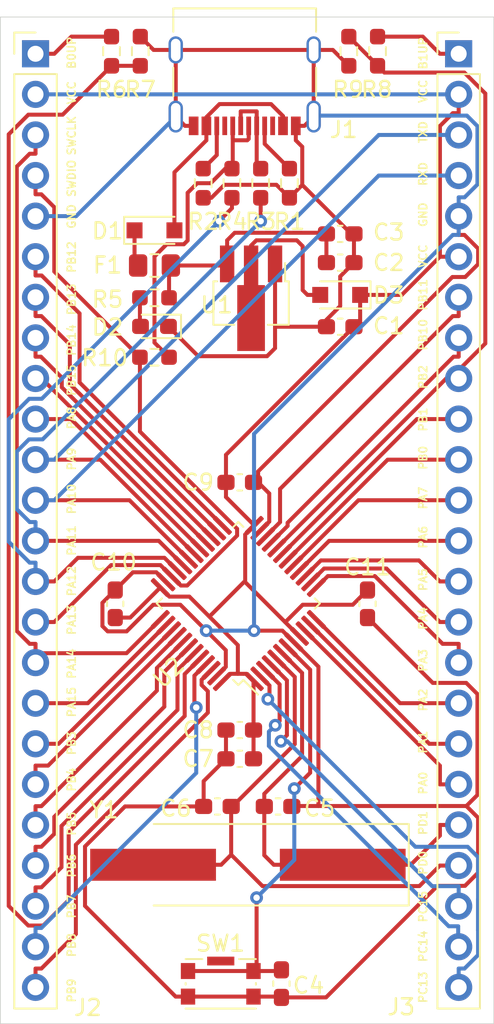
<source format=kicad_pcb>
(kicad_pcb (version 20171130) (host pcbnew 5.1.8+dfsg1-1~bpo10+1)

  (general
    (thickness 1.6)
    (drawings 52)
    (tracks 466)
    (zones 0)
    (modules 32)
    (nets 53)
  )

  (page A4)
  (layers
    (0 F.Cu signal)
    (31 B.Cu signal)
    (33 F.Adhes user)
    (35 F.Paste user)
    (37 F.SilkS user)
    (38 B.Mask user)
    (39 F.Mask user)
    (40 Dwgs.User user)
    (41 Cmts.User user)
    (42 Eco1.User user)
    (43 Eco2.User user)
    (44 Edge.Cuts user)
    (45 Margin user)
    (46 B.CrtYd user)
    (47 F.CrtYd user)
    (49 F.Fab user hide)
  )

  (setup
    (last_trace_width 0.25)
    (trace_clearance 0.2)
    (zone_clearance 0.508)
    (zone_45_only no)
    (trace_min 0.2)
    (via_size 0.8)
    (via_drill 0.4)
    (via_min_size 0.4)
    (via_min_drill 0.3)
    (blind_buried_vias_allowed yes)
    (uvia_size 0.3)
    (uvia_drill 0.1)
    (uvias_allowed yes)
    (uvia_min_size 0.2)
    (uvia_min_drill 0.1)
    (edge_width 0.05)
    (segment_width 0.2)
    (pcb_text_width 0.3)
    (pcb_text_size 1.5 1.5)
    (mod_edge_width 0.12)
    (mod_text_size 1.5 1.5)
    (mod_text_width 0.15)
    (pad_size 1.524 1.524)
    (pad_drill 0.762)
    (pad_to_mask_clearance 0)
    (aux_axis_origin 131.21 124.78)
    (visible_elements FFFFFFFF)
    (pcbplotparams
      (layerselection 0x010e8_ffffffff)
      (usegerberextensions true)
      (usegerberattributes false)
      (usegerberadvancedattributes true)
      (creategerberjobfile true)
      (excludeedgelayer true)
      (linewidth 0.100000)
      (plotframeref false)
      (viasonmask false)
      (mode 1)
      (useauxorigin true)
      (hpglpennumber 1)
      (hpglpenspeed 20)
      (hpglpendiameter 15.000000)
      (psnegative false)
      (psa4output false)
      (plotreference true)
      (plotvalue true)
      (plotinvisibletext false)
      (padsonsilk false)
      (subtractmaskfromsilk false)
      (outputformat 1)
      (mirror false)
      (drillshape 0)
      (scaleselection 1)
      (outputdirectory "gerber/"))
  )

  (net 0 "")
  (net 1 GND)
  (net 2 "Net-(C2-Pad1)")
  (net 3 VCC)
  (net 4 "Net-(R6-Pad2)")
  (net 5 +5V)
  (net 6 "Net-(D1-Pad1)")
  (net 7 "Net-(D2-Pad2)")
  (net 8 "Net-(J1-PadB5)")
  (net 9 "Net-(J1-PadA6)")
  (net 10 "Net-(J1-PadA5)")
  (net 11 "Net-(J1-PadA7)")
  (net 12 /NRST)
  (net 13 /OSC_OUT)
  (net 14 /OSC_IN)
  (net 15 /PB9)
  (net 16 /PB8)
  (net 17 /PB7)
  (net 18 /PB6)
  (net 19 /PB5)
  (net 20 /PB4)
  (net 21 /PB3)
  (net 22 /PA15)
  (net 23 /PA14)
  (net 24 /PA13)
  (net 25 /PA12)
  (net 26 /PA11)
  (net 27 /PA10)
  (net 28 /PA9)
  (net 29 /PA8)
  (net 30 /PB15)
  (net 31 /PB14)
  (net 32 /PB13)
  (net 33 /PB12)
  (net 34 /BOOT0_UP)
  (net 35 /PC13)
  (net 36 /PC14)
  (net 37 /PC15)
  (net 38 /PA0)
  (net 39 /PA1)
  (net 40 /PA2)
  (net 41 /PA3)
  (net 42 /PA4)
  (net 43 /PA5)
  (net 44 /PA6)
  (net 45 /PA7)
  (net 46 /PB0)
  (net 47 /PB1)
  (net 48 /PB2)
  (net 49 /PB10)
  (net 50 /PB11)
  (net 51 /BOOT1_UP)
  (net 52 "Net-(D3-Pad2)")

  (net_class Default 这是默认网络类。
    (clearance 0.2)
    (trace_width 0.25)
    (via_dia 0.8)
    (via_drill 0.4)
    (uvia_dia 0.3)
    (uvia_drill 0.1)
    (add_net +5V)
    (add_net /BOOT0_UP)
    (add_net /BOOT1_UP)
    (add_net /NRST)
    (add_net /OSC_IN)
    (add_net /OSC_OUT)
    (add_net /PA0)
    (add_net /PA1)
    (add_net /PA10)
    (add_net /PA11)
    (add_net /PA12)
    (add_net /PA13)
    (add_net /PA14)
    (add_net /PA15)
    (add_net /PA2)
    (add_net /PA3)
    (add_net /PA4)
    (add_net /PA5)
    (add_net /PA6)
    (add_net /PA7)
    (add_net /PA8)
    (add_net /PA9)
    (add_net /PB0)
    (add_net /PB1)
    (add_net /PB10)
    (add_net /PB11)
    (add_net /PB12)
    (add_net /PB13)
    (add_net /PB14)
    (add_net /PB15)
    (add_net /PB2)
    (add_net /PB3)
    (add_net /PB4)
    (add_net /PB5)
    (add_net /PB6)
    (add_net /PB7)
    (add_net /PB8)
    (add_net /PB9)
    (add_net /PC13)
    (add_net /PC14)
    (add_net /PC15)
    (add_net GND)
    (add_net "Net-(C2-Pad1)")
    (add_net "Net-(D1-Pad1)")
    (add_net "Net-(D2-Pad2)")
    (add_net "Net-(D3-Pad2)")
    (add_net "Net-(J1-PadA5)")
    (add_net "Net-(J1-PadA6)")
    (add_net "Net-(J1-PadA7)")
    (add_net "Net-(J1-PadA8)")
    (add_net "Net-(J1-PadB5)")
    (add_net "Net-(J1-PadB8)")
    (add_net "Net-(R6-Pad2)")
    (add_net VCC)
  )

  (module Package_TO_SOT_SMD:SOT-89-3_Handsoldering (layer F.Cu) (tedit 5C33D6DD) (tstamp 5FC25B79)
    (at 146.91 79.38 270)
    (descr "SOT-89-3 Handsoldering")
    (tags "SOT-89-3 Handsoldering")
    (path /5FC5C36B)
    (attr smd)
    (fp_text reference U1 (at 0.42 2.16 180) (layer F.SilkS)
      (effects (font (size 1 1) (thickness 0.15)))
    )
    (fp_text value AMS1117-3.3 (at 0.3 3.5 90) (layer F.Fab)
      (effects (font (size 1 1) (thickness 0.15)))
    )
    (fp_line (start 1.66 1.05) (end 1.66 2.36) (layer F.SilkS) (width 0.12))
    (fp_line (start 1.66 2.36) (end -1.06 2.36) (layer F.SilkS) (width 0.12))
    (fp_line (start -2.2 -2.13) (end -1.06 -2.13) (layer F.SilkS) (width 0.12))
    (fp_line (start 1.66 -2.36) (end 1.66 -1.05) (layer F.SilkS) (width 0.12))
    (fp_line (start -0.95 -1.25) (end 0.05 -2.25) (layer F.Fab) (width 0.1))
    (fp_line (start 1.55 -2.25) (end 1.55 2.25) (layer F.Fab) (width 0.1))
    (fp_line (start 1.55 2.25) (end -0.95 2.25) (layer F.Fab) (width 0.1))
    (fp_line (start -0.95 2.25) (end -0.95 -1.25) (layer F.Fab) (width 0.1))
    (fp_line (start 0.05 -2.25) (end 1.55 -2.25) (layer F.Fab) (width 0.1))
    (fp_line (start 3.55 -2.5) (end 3.55 2.5) (layer F.CrtYd) (width 0.05))
    (fp_line (start 3.55 -2.5) (end -3.55 -2.5) (layer F.CrtYd) (width 0.05))
    (fp_line (start -3.55 2.5) (end 3.55 2.5) (layer F.CrtYd) (width 0.05))
    (fp_line (start -3.55 2.5) (end -3.55 -2.5) (layer F.CrtYd) (width 0.05))
    (fp_line (start -1.06 -2.36) (end 1.66 -2.36) (layer F.SilkS) (width 0.12))
    (fp_line (start -1.06 -2.36) (end -1.06 -2.13) (layer F.SilkS) (width 0.12))
    (fp_line (start -1.06 2.36) (end -1.06 2.13) (layer F.SilkS) (width 0.12))
    (fp_text user %R (at 0.5 0) (layer F.Fab)
      (effects (font (size 1 1) (thickness 0.15)))
    )
    (pad 2 smd custom (at -2.0625 0 270) (size 2.475 0.9) (layers F.Cu F.Paste F.Mask)
      (net 52 "Net-(D3-Pad2)") (zone_connect 2)
      (options (clearance outline) (anchor rect))
      (primitives
        (gr_poly (pts
           (xy 1.2375 -0.8665) (xy 5.3625 -0.8665) (xy 5.3625 0.8665) (xy 1.2375 0.8665)) (width 0))
      ))
    (pad 3 smd rect (at -2.15 1.5 270) (size 2.3 0.9) (layers F.Cu F.Paste F.Mask)
      (net 2 "Net-(C2-Pad1)"))
    (pad 1 smd rect (at -2.15 -1.5 270) (size 2.3 0.9) (layers F.Cu F.Paste F.Mask)
      (net 1 GND))
    (model ${KISYS3DMOD}/Package_TO_SOT_SMD.3dshapes/SOT-89-3.wrl
      (at (xyz 0 0 0))
      (scale (xyz 1 1 1))
      (rotate (xyz 0 0 0))
    )
  )

  (module Diode_SMD:D_SOD-323_HandSoldering (layer F.Cu) (tedit 58641869) (tstamp 5FC304B8)
    (at 152.49 79.17 180)
    (descr SOD-323)
    (tags SOD-323)
    (path /5FC5A462)
    (attr smd)
    (fp_text reference D3 (at -3.04 -0.02) (layer F.SilkS)
      (effects (font (size 1 1) (thickness 0.15)))
    )
    (fp_text value 1N5817WS (at 0.1 1.9) (layer F.Fab)
      (effects (font (size 1 1) (thickness 0.15)))
    )
    (fp_line (start -1.9 -0.85) (end -1.9 0.85) (layer F.SilkS) (width 0.12))
    (fp_line (start 0.2 0) (end 0.45 0) (layer F.Fab) (width 0.1))
    (fp_line (start 0.2 0.35) (end -0.3 0) (layer F.Fab) (width 0.1))
    (fp_line (start 0.2 -0.35) (end 0.2 0.35) (layer F.Fab) (width 0.1))
    (fp_line (start -0.3 0) (end 0.2 -0.35) (layer F.Fab) (width 0.1))
    (fp_line (start -0.3 0) (end -0.5 0) (layer F.Fab) (width 0.1))
    (fp_line (start -0.3 -0.35) (end -0.3 0.35) (layer F.Fab) (width 0.1))
    (fp_line (start -0.9 0.7) (end -0.9 -0.7) (layer F.Fab) (width 0.1))
    (fp_line (start 0.9 0.7) (end -0.9 0.7) (layer F.Fab) (width 0.1))
    (fp_line (start 0.9 -0.7) (end 0.9 0.7) (layer F.Fab) (width 0.1))
    (fp_line (start -0.9 -0.7) (end 0.9 -0.7) (layer F.Fab) (width 0.1))
    (fp_line (start -2 -0.95) (end 2 -0.95) (layer F.CrtYd) (width 0.05))
    (fp_line (start 2 -0.95) (end 2 0.95) (layer F.CrtYd) (width 0.05))
    (fp_line (start -2 0.95) (end 2 0.95) (layer F.CrtYd) (width 0.05))
    (fp_line (start -2 -0.95) (end -2 0.95) (layer F.CrtYd) (width 0.05))
    (fp_line (start -1.9 0.85) (end 1.25 0.85) (layer F.SilkS) (width 0.12))
    (fp_line (start -1.9 -0.85) (end 1.25 -0.85) (layer F.SilkS) (width 0.12))
    (fp_text user %R (at 0 -1.85) (layer F.Fab)
      (effects (font (size 1 1) (thickness 0.15)))
    )
    (pad 2 smd rect (at 1.25 0 180) (size 1 1) (layers F.Cu F.Paste F.Mask)
      (net 52 "Net-(D3-Pad2)"))
    (pad 1 smd rect (at -1.25 0 180) (size 1 1) (layers F.Cu F.Paste F.Mask)
      (net 3 VCC))
    (model ${KISYS3DMOD}/Diode_SMD.3dshapes/D_SOD-323.wrl
      (at (xyz 0 0 0))
      (scale (xyz 1 1 1))
      (rotate (xyz 0 0 0))
    )
  )

  (module Diode_SMD:D_SOD-323_HandSoldering (layer F.Cu) (tedit 58641869) (tstamp 5FC259F9)
    (at 140.86 75.13)
    (descr SOD-323)
    (tags SOD-323)
    (path /5FC5A63A)
    (attr smd)
    (fp_text reference D1 (at -2.94 0.04) (layer F.SilkS)
      (effects (font (size 1 1) (thickness 0.15)))
    )
    (fp_text value 1N5817WS (at 0.1 1.9) (layer F.Fab)
      (effects (font (size 1 1) (thickness 0.15)))
    )
    (fp_line (start -1.9 -0.85) (end -1.9 0.85) (layer F.SilkS) (width 0.12))
    (fp_line (start 0.2 0) (end 0.45 0) (layer F.Fab) (width 0.1))
    (fp_line (start 0.2 0.35) (end -0.3 0) (layer F.Fab) (width 0.1))
    (fp_line (start 0.2 -0.35) (end 0.2 0.35) (layer F.Fab) (width 0.1))
    (fp_line (start -0.3 0) (end 0.2 -0.35) (layer F.Fab) (width 0.1))
    (fp_line (start -0.3 0) (end -0.5 0) (layer F.Fab) (width 0.1))
    (fp_line (start -0.3 -0.35) (end -0.3 0.35) (layer F.Fab) (width 0.1))
    (fp_line (start -0.9 0.7) (end -0.9 -0.7) (layer F.Fab) (width 0.1))
    (fp_line (start 0.9 0.7) (end -0.9 0.7) (layer F.Fab) (width 0.1))
    (fp_line (start 0.9 -0.7) (end 0.9 0.7) (layer F.Fab) (width 0.1))
    (fp_line (start -0.9 -0.7) (end 0.9 -0.7) (layer F.Fab) (width 0.1))
    (fp_line (start -2 -0.95) (end 2 -0.95) (layer F.CrtYd) (width 0.05))
    (fp_line (start 2 -0.95) (end 2 0.95) (layer F.CrtYd) (width 0.05))
    (fp_line (start -2 0.95) (end 2 0.95) (layer F.CrtYd) (width 0.05))
    (fp_line (start -2 -0.95) (end -2 0.95) (layer F.CrtYd) (width 0.05))
    (fp_line (start -1.9 0.85) (end 1.25 0.85) (layer F.SilkS) (width 0.12))
    (fp_line (start -1.9 -0.85) (end 1.25 -0.85) (layer F.SilkS) (width 0.12))
    (fp_text user %R (at 0 -1.85) (layer F.Fab)
      (effects (font (size 1 1) (thickness 0.15)))
    )
    (pad 2 smd rect (at 1.25 0) (size 1 1) (layers F.Cu F.Paste F.Mask)
      (net 5 +5V))
    (pad 1 smd rect (at -1.25 0) (size 1 1) (layers F.Cu F.Paste F.Mask)
      (net 6 "Net-(D1-Pad1)"))
    (model ${KISYS3DMOD}/Diode_SMD.3dshapes/D_SOD-323.wrl
      (at (xyz 0 0 0))
      (scale (xyz 1 1 1))
      (rotate (xyz 0 0 0))
    )
  )

  (module Crystal:Crystal_SMD_HC49-SD_HandSoldering (layer F.Cu) (tedit 5A1AD52C) (tstamp 5FC25BEA)
    (at 146.71 114.83 180)
    (descr "SMD Crystal HC-49-SD http://cdn-reichelt.de/documents/datenblatt/B400/xxx-HC49-SMD.pdf, hand-soldering, 11.4x4.7mm^2 package")
    (tags "SMD SMT crystal hand-soldering")
    (path /5FCD9C51)
    (attr smd)
    (fp_text reference Y1 (at 9.01 3.43) (layer F.SilkS)
      (effects (font (size 1 1) (thickness 0.15)))
    )
    (fp_text value Crystal (at 0 3.55) (layer F.Fab)
      (effects (font (size 1 1) (thickness 0.15)))
    )
    (fp_line (start -5.7 -2.35) (end -5.7 2.35) (layer F.Fab) (width 0.1))
    (fp_line (start -5.7 2.35) (end 5.7 2.35) (layer F.Fab) (width 0.1))
    (fp_line (start 5.7 2.35) (end 5.7 -2.35) (layer F.Fab) (width 0.1))
    (fp_line (start 5.7 -2.35) (end -5.7 -2.35) (layer F.Fab) (width 0.1))
    (fp_line (start -3.015 -2.115) (end 3.015 -2.115) (layer F.Fab) (width 0.1))
    (fp_line (start -3.015 2.115) (end 3.015 2.115) (layer F.Fab) (width 0.1))
    (fp_line (start 5.9 -2.55) (end -10.075 -2.55) (layer F.SilkS) (width 0.12))
    (fp_line (start -10.075 -2.55) (end -10.075 2.55) (layer F.SilkS) (width 0.12))
    (fp_line (start -10.075 2.55) (end 5.9 2.55) (layer F.SilkS) (width 0.12))
    (fp_line (start -10.2 -2.6) (end -10.2 2.6) (layer F.CrtYd) (width 0.05))
    (fp_line (start -10.2 2.6) (end 10.2 2.6) (layer F.CrtYd) (width 0.05))
    (fp_line (start 10.2 2.6) (end 10.2 -2.6) (layer F.CrtYd) (width 0.05))
    (fp_line (start 10.2 -2.6) (end -10.2 -2.6) (layer F.CrtYd) (width 0.05))
    (fp_arc (start 3.015 0) (end 3.015 -2.115) (angle 180) (layer F.Fab) (width 0.1))
    (fp_arc (start -3.015 0) (end -3.015 -2.115) (angle -180) (layer F.Fab) (width 0.1))
    (fp_text user %R (at 0 0) (layer F.Fab)
      (effects (font (size 1 1) (thickness 0.15)))
    )
    (pad 2 smd rect (at 5.9375 0 180) (size 7.875 2) (layers F.Cu F.Paste F.Mask)
      (net 14 /OSC_IN))
    (pad 1 smd rect (at -5.9375 0 180) (size 7.875 2) (layers F.Cu F.Paste F.Mask)
      (net 13 /OSC_OUT))
    (model ${KISYS3DMOD}/Crystal.3dshapes/Crystal_SMD_HC49-SD.wrl
      (at (xyz 0 0 0))
      (scale (xyz 1 1 1))
      (rotate (xyz 0 0 0))
    )
  )

  (module Package_QFP:LQFP-48_7x7mm_P0.5mm (layer F.Cu) (tedit 5D9F72AF) (tstamp 5FC262F3)
    (at 146.11 98.48 135)
    (descr "LQFP, 48 Pin (https://www.analog.com/media/en/technical-documentation/data-sheets/ltc2358-16.pdf), generated with kicad-footprint-generator ipc_gullwing_generator.py")
    (tags "LQFP QFP")
    (path /5FCC5088)
    (attr smd)
    (fp_text reference U2 (at 0.04 -6.14 45) (layer F.SilkS)
      (effects (font (size 1 1) (thickness 0.15)))
    )
    (fp_text value STM32F103C8T6 (at 0 5.85 135) (layer F.Fab)
      (effects (font (size 1 1) (thickness 0.15)))
    )
    (fp_line (start 3.16 3.61) (end 3.61 3.61) (layer F.SilkS) (width 0.12))
    (fp_line (start 3.61 3.61) (end 3.61 3.16) (layer F.SilkS) (width 0.12))
    (fp_line (start -3.16 3.61) (end -3.61 3.61) (layer F.SilkS) (width 0.12))
    (fp_line (start -3.61 3.61) (end -3.61 3.16) (layer F.SilkS) (width 0.12))
    (fp_line (start 3.16 -3.61) (end 3.61 -3.61) (layer F.SilkS) (width 0.12))
    (fp_line (start 3.61 -3.61) (end 3.61 -3.16) (layer F.SilkS) (width 0.12))
    (fp_line (start -3.16 -3.61) (end -3.61 -3.61) (layer F.SilkS) (width 0.12))
    (fp_line (start -3.61 -3.61) (end -3.61 -3.16) (layer F.SilkS) (width 0.12))
    (fp_line (start -3.61 -3.16) (end -4.9 -3.16) (layer F.SilkS) (width 0.12))
    (fp_line (start -2.5 -3.5) (end 3.5 -3.5) (layer F.Fab) (width 0.1))
    (fp_line (start 3.5 -3.5) (end 3.5 3.5) (layer F.Fab) (width 0.1))
    (fp_line (start 3.5 3.5) (end -3.5 3.5) (layer F.Fab) (width 0.1))
    (fp_line (start -3.5 3.5) (end -3.5 -2.5) (layer F.Fab) (width 0.1))
    (fp_line (start -3.5 -2.5) (end -2.5 -3.5) (layer F.Fab) (width 0.1))
    (fp_line (start 0 -5.15) (end -3.15 -5.15) (layer F.CrtYd) (width 0.05))
    (fp_line (start -3.15 -5.15) (end -3.15 -3.75) (layer F.CrtYd) (width 0.05))
    (fp_line (start -3.15 -3.75) (end -3.75 -3.75) (layer F.CrtYd) (width 0.05))
    (fp_line (start -3.75 -3.75) (end -3.75 -3.15) (layer F.CrtYd) (width 0.05))
    (fp_line (start -3.75 -3.15) (end -5.15 -3.15) (layer F.CrtYd) (width 0.05))
    (fp_line (start -5.15 -3.15) (end -5.15 0) (layer F.CrtYd) (width 0.05))
    (fp_line (start 0 -5.15) (end 3.15 -5.15) (layer F.CrtYd) (width 0.05))
    (fp_line (start 3.15 -5.15) (end 3.15 -3.75) (layer F.CrtYd) (width 0.05))
    (fp_line (start 3.15 -3.75) (end 3.75 -3.75) (layer F.CrtYd) (width 0.05))
    (fp_line (start 3.75 -3.75) (end 3.75 -3.15) (layer F.CrtYd) (width 0.05))
    (fp_line (start 3.75 -3.15) (end 5.15 -3.15) (layer F.CrtYd) (width 0.05))
    (fp_line (start 5.15 -3.15) (end 5.15 0) (layer F.CrtYd) (width 0.05))
    (fp_line (start 0 5.15) (end -3.15 5.15) (layer F.CrtYd) (width 0.05))
    (fp_line (start -3.15 5.15) (end -3.15 3.75) (layer F.CrtYd) (width 0.05))
    (fp_line (start -3.15 3.75) (end -3.75 3.75) (layer F.CrtYd) (width 0.05))
    (fp_line (start -3.75 3.75) (end -3.75 3.15) (layer F.CrtYd) (width 0.05))
    (fp_line (start -3.75 3.15) (end -5.15 3.15) (layer F.CrtYd) (width 0.05))
    (fp_line (start -5.15 3.15) (end -5.15 0) (layer F.CrtYd) (width 0.05))
    (fp_line (start 0 5.15) (end 3.15 5.15) (layer F.CrtYd) (width 0.05))
    (fp_line (start 3.15 5.15) (end 3.15 3.75) (layer F.CrtYd) (width 0.05))
    (fp_line (start 3.15 3.75) (end 3.75 3.75) (layer F.CrtYd) (width 0.05))
    (fp_line (start 3.75 3.75) (end 3.75 3.15) (layer F.CrtYd) (width 0.05))
    (fp_line (start 3.75 3.15) (end 5.15 3.15) (layer F.CrtYd) (width 0.05))
    (fp_line (start 5.15 3.15) (end 5.15 0) (layer F.CrtYd) (width 0.05))
    (fp_text user %R (at 0 0 135) (layer F.Fab)
      (effects (font (size 1 1) (thickness 0.15)))
    )
    (pad 48 smd roundrect (at -2.75 -4.1625 135) (size 0.3 1.475) (layers F.Cu F.Paste F.Mask) (roundrect_rratio 0.25)
      (net 3 VCC))
    (pad 47 smd roundrect (at -2.25 -4.1625 135) (size 0.3 1.475) (layers F.Cu F.Paste F.Mask) (roundrect_rratio 0.25)
      (net 1 GND))
    (pad 46 smd roundrect (at -1.75 -4.1625 135) (size 0.3 1.475) (layers F.Cu F.Paste F.Mask) (roundrect_rratio 0.25)
      (net 15 /PB9))
    (pad 45 smd roundrect (at -1.25 -4.1625 135) (size 0.3 1.475) (layers F.Cu F.Paste F.Mask) (roundrect_rratio 0.25)
      (net 16 /PB8))
    (pad 44 smd roundrect (at -0.75 -4.1625 135) (size 0.3 1.475) (layers F.Cu F.Paste F.Mask) (roundrect_rratio 0.25)
      (net 4 "Net-(R6-Pad2)"))
    (pad 43 smd roundrect (at -0.25 -4.1625 135) (size 0.3 1.475) (layers F.Cu F.Paste F.Mask) (roundrect_rratio 0.25)
      (net 17 /PB7))
    (pad 42 smd roundrect (at 0.25 -4.1625 135) (size 0.3 1.475) (layers F.Cu F.Paste F.Mask) (roundrect_rratio 0.25)
      (net 18 /PB6))
    (pad 41 smd roundrect (at 0.75 -4.1625 135) (size 0.3 1.475) (layers F.Cu F.Paste F.Mask) (roundrect_rratio 0.25)
      (net 19 /PB5))
    (pad 40 smd roundrect (at 1.25 -4.1625 135) (size 0.3 1.475) (layers F.Cu F.Paste F.Mask) (roundrect_rratio 0.25)
      (net 20 /PB4))
    (pad 39 smd roundrect (at 1.75 -4.1625 135) (size 0.3 1.475) (layers F.Cu F.Paste F.Mask) (roundrect_rratio 0.25)
      (net 21 /PB3))
    (pad 38 smd roundrect (at 2.25 -4.1625 135) (size 0.3 1.475) (layers F.Cu F.Paste F.Mask) (roundrect_rratio 0.25)
      (net 22 /PA15))
    (pad 37 smd roundrect (at 2.75 -4.1625 135) (size 0.3 1.475) (layers F.Cu F.Paste F.Mask) (roundrect_rratio 0.25)
      (net 23 /PA14))
    (pad 36 smd roundrect (at 4.1625 -2.75 135) (size 1.475 0.3) (layers F.Cu F.Paste F.Mask) (roundrect_rratio 0.25)
      (net 3 VCC))
    (pad 35 smd roundrect (at 4.1625 -2.25 135) (size 1.475 0.3) (layers F.Cu F.Paste F.Mask) (roundrect_rratio 0.25)
      (net 1 GND))
    (pad 34 smd roundrect (at 4.1625 -1.75 135) (size 1.475 0.3) (layers F.Cu F.Paste F.Mask) (roundrect_rratio 0.25)
      (net 24 /PA13))
    (pad 33 smd roundrect (at 4.1625 -1.25 135) (size 1.475 0.3) (layers F.Cu F.Paste F.Mask) (roundrect_rratio 0.25)
      (net 25 /PA12))
    (pad 32 smd roundrect (at 4.1625 -0.75 135) (size 1.475 0.3) (layers F.Cu F.Paste F.Mask) (roundrect_rratio 0.25)
      (net 26 /PA11))
    (pad 31 smd roundrect (at 4.1625 -0.25 135) (size 1.475 0.3) (layers F.Cu F.Paste F.Mask) (roundrect_rratio 0.25)
      (net 27 /PA10))
    (pad 30 smd roundrect (at 4.1625 0.25 135) (size 1.475 0.3) (layers F.Cu F.Paste F.Mask) (roundrect_rratio 0.25)
      (net 28 /PA9))
    (pad 29 smd roundrect (at 4.1625 0.75 135) (size 1.475 0.3) (layers F.Cu F.Paste F.Mask) (roundrect_rratio 0.25)
      (net 29 /PA8))
    (pad 28 smd roundrect (at 4.1625 1.25 135) (size 1.475 0.3) (layers F.Cu F.Paste F.Mask) (roundrect_rratio 0.25)
      (net 30 /PB15))
    (pad 27 smd roundrect (at 4.1625 1.75 135) (size 1.475 0.3) (layers F.Cu F.Paste F.Mask) (roundrect_rratio 0.25)
      (net 31 /PB14))
    (pad 26 smd roundrect (at 4.1625 2.25 135) (size 1.475 0.3) (layers F.Cu F.Paste F.Mask) (roundrect_rratio 0.25)
      (net 32 /PB13))
    (pad 25 smd roundrect (at 4.1625 2.75 135) (size 1.475 0.3) (layers F.Cu F.Paste F.Mask) (roundrect_rratio 0.25)
      (net 33 /PB12))
    (pad 24 smd roundrect (at 2.75 4.1625 135) (size 0.3 1.475) (layers F.Cu F.Paste F.Mask) (roundrect_rratio 0.25)
      (net 3 VCC))
    (pad 23 smd roundrect (at 2.25 4.1625 135) (size 0.3 1.475) (layers F.Cu F.Paste F.Mask) (roundrect_rratio 0.25)
      (net 1 GND))
    (pad 22 smd roundrect (at 1.75 4.1625 135) (size 0.3 1.475) (layers F.Cu F.Paste F.Mask) (roundrect_rratio 0.25)
      (net 50 /PB11))
    (pad 21 smd roundrect (at 1.25 4.1625 135) (size 0.3 1.475) (layers F.Cu F.Paste F.Mask) (roundrect_rratio 0.25)
      (net 49 /PB10))
    (pad 20 smd roundrect (at 0.75 4.1625 135) (size 0.3 1.475) (layers F.Cu F.Paste F.Mask) (roundrect_rratio 0.25)
      (net 48 /PB2))
    (pad 19 smd roundrect (at 0.25 4.1625 135) (size 0.3 1.475) (layers F.Cu F.Paste F.Mask) (roundrect_rratio 0.25)
      (net 47 /PB1))
    (pad 18 smd roundrect (at -0.25 4.1625 135) (size 0.3 1.475) (layers F.Cu F.Paste F.Mask) (roundrect_rratio 0.25)
      (net 46 /PB0))
    (pad 17 smd roundrect (at -0.75 4.1625 135) (size 0.3 1.475) (layers F.Cu F.Paste F.Mask) (roundrect_rratio 0.25)
      (net 45 /PA7))
    (pad 16 smd roundrect (at -1.25 4.1625 135) (size 0.3 1.475) (layers F.Cu F.Paste F.Mask) (roundrect_rratio 0.25)
      (net 44 /PA6))
    (pad 15 smd roundrect (at -1.75 4.1625 135) (size 0.3 1.475) (layers F.Cu F.Paste F.Mask) (roundrect_rratio 0.25)
      (net 43 /PA5))
    (pad 14 smd roundrect (at -2.25 4.1625 135) (size 0.3 1.475) (layers F.Cu F.Paste F.Mask) (roundrect_rratio 0.25)
      (net 42 /PA4))
    (pad 13 smd roundrect (at -2.75 4.1625 135) (size 0.3 1.475) (layers F.Cu F.Paste F.Mask) (roundrect_rratio 0.25)
      (net 41 /PA3))
    (pad 12 smd roundrect (at -4.1625 2.75 135) (size 1.475 0.3) (layers F.Cu F.Paste F.Mask) (roundrect_rratio 0.25)
      (net 40 /PA2))
    (pad 11 smd roundrect (at -4.1625 2.25 135) (size 1.475 0.3) (layers F.Cu F.Paste F.Mask) (roundrect_rratio 0.25)
      (net 39 /PA1))
    (pad 10 smd roundrect (at -4.1625 1.75 135) (size 1.475 0.3) (layers F.Cu F.Paste F.Mask) (roundrect_rratio 0.25)
      (net 38 /PA0))
    (pad 9 smd roundrect (at -4.1625 1.25 135) (size 1.475 0.3) (layers F.Cu F.Paste F.Mask) (roundrect_rratio 0.25)
      (net 3 VCC))
    (pad 8 smd roundrect (at -4.1625 0.75 135) (size 1.475 0.3) (layers F.Cu F.Paste F.Mask) (roundrect_rratio 0.25)
      (net 1 GND))
    (pad 7 smd roundrect (at -4.1625 0.25 135) (size 1.475 0.3) (layers F.Cu F.Paste F.Mask) (roundrect_rratio 0.25)
      (net 12 /NRST))
    (pad 6 smd roundrect (at -4.1625 -0.25 135) (size 1.475 0.3) (layers F.Cu F.Paste F.Mask) (roundrect_rratio 0.25)
      (net 13 /OSC_OUT))
    (pad 5 smd roundrect (at -4.1625 -0.75 135) (size 1.475 0.3) (layers F.Cu F.Paste F.Mask) (roundrect_rratio 0.25)
      (net 14 /OSC_IN))
    (pad 4 smd roundrect (at -4.1625 -1.25 135) (size 1.475 0.3) (layers F.Cu F.Paste F.Mask) (roundrect_rratio 0.25)
      (net 37 /PC15))
    (pad 3 smd roundrect (at -4.1625 -1.75 135) (size 1.475 0.3) (layers F.Cu F.Paste F.Mask) (roundrect_rratio 0.25)
      (net 36 /PC14))
    (pad 2 smd roundrect (at -4.1625 -2.25 135) (size 1.475 0.3) (layers F.Cu F.Paste F.Mask) (roundrect_rratio 0.25)
      (net 35 /PC13))
    (pad 1 smd roundrect (at -4.1625 -2.75 135) (size 1.475 0.3) (layers F.Cu F.Paste F.Mask) (roundrect_rratio 0.25)
      (net 3 VCC))
    (model ${KISYS3DMOD}/Package_QFP.3dshapes/LQFP-48_7x7mm_P0.5mm.wrl
      (at (xyz 0 0 0))
      (scale (xyz 1 1 1))
      (rotate (xyz 0 0 0))
    )
  )

  (module Button_Switch_SMD:SW_Push_1P1T-SH_NO_CK_KMR2xxG (layer F.Cu) (tedit 5D8D2A01) (tstamp 5FC25B61)
    (at 145.01 122.28)
    (descr "CK components KMR2 tactile switch with ground pin http://www.ckswitches.com/media/1479/kmr2.pdf")
    (tags "tactile switch kmr2")
    (path /5FCBC286)
    (attr smd)
    (fp_text reference SW1 (at -0.02 -2.53) (layer F.SilkS)
      (effects (font (size 1 1) (thickness 0.15)))
    )
    (fp_text value KMR241G (at 0 2.55) (layer F.Fab)
      (effects (font (size 1 1) (thickness 0.15)))
    )
    (fp_line (start -2.2 0.05) (end -2.2 -0.05) (layer F.SilkS) (width 0.12))
    (fp_line (start 2.2 -1.55) (end 1.15 -1.55) (layer F.SilkS) (width 0.12))
    (fp_line (start -2.2 1.55) (end 2.2 1.55) (layer F.SilkS) (width 0.12))
    (fp_circle (center 0 0) (end 0 0.8) (layer F.Fab) (width 0.1))
    (fp_line (start -2.8 1.8) (end -2.8 -1.8) (layer F.CrtYd) (width 0.05))
    (fp_line (start 2.8 1.8) (end -2.8 1.8) (layer F.CrtYd) (width 0.05))
    (fp_line (start 2.8 -1.8) (end 2.8 1.8) (layer F.CrtYd) (width 0.05))
    (fp_line (start -2.8 -1.8) (end 2.8 -1.8) (layer F.CrtYd) (width 0.05))
    (fp_line (start 2.2 0.05) (end 2.2 -0.05) (layer F.SilkS) (width 0.12))
    (fp_line (start -2.1 1.4) (end -2.1 -1.4) (layer F.Fab) (width 0.1))
    (fp_line (start 2.1 1.4) (end -2.1 1.4) (layer F.Fab) (width 0.1))
    (fp_line (start 2.1 -1.4) (end 2.1 1.4) (layer F.Fab) (width 0.1))
    (fp_line (start -2.1 -1.4) (end 2.1 -1.4) (layer F.Fab) (width 0.1))
    (fp_line (start -1.15 -1.55) (end -2.2 -1.55) (layer F.SilkS) (width 0.12))
    (fp_text user %R (at 0 -2.45) (layer F.Fab)
      (effects (font (size 1 1) (thickness 0.15)))
    )
    (pad SH smd rect (at 0 -1.425) (size 1.7 0.55) (layers F.Cu F.Paste F.Mask))
    (pad 1 smd rect (at -2.05 -0.8) (size 0.9 1) (layers F.Cu F.Paste F.Mask)
      (net 12 /NRST))
    (pad 2 smd rect (at -2.05 0.8) (size 0.9 1) (layers F.Cu F.Paste F.Mask)
      (net 1 GND))
    (pad 1 smd rect (at 2.05 -0.8) (size 0.9 1) (layers F.Cu F.Paste F.Mask)
      (net 12 /NRST))
    (pad 2 smd rect (at 2.05 0.8) (size 0.9 1) (layers F.Cu F.Paste F.Mask)
      (net 1 GND))
    (model ${KISYS3DMOD}/Button_Switch_SMD.3dshapes/SW_Push_1P1T-SH_NO_CK_KMR2xxG.wrl
      (at (xyz 0 0 0))
      (scale (xyz 1 1 1))
      (rotate (xyz 0 0 0))
    )
  )

  (module Resistor_SMD:R_0603_1608Metric_Pad0.98x0.95mm_HandSolder (layer F.Cu) (tedit 5F68FEEE) (tstamp 5FC25B49)
    (at 140.86 83.07)
    (descr "Resistor SMD 0603 (1608 Metric), square (rectangular) end terminal, IPC_7351 nominal with elongated pad for handsoldering. (Body size source: IPC-SM-782 page 72, https://www.pcb-3d.com/wordpress/wp-content/uploads/ipc-sm-782a_amendment_1_and_2.pdf), generated with kicad-footprint-generator")
    (tags "resistor handsolder")
    (path /5FE7DBA6)
    (attr smd)
    (fp_text reference R10 (at -3.12 0.04) (layer F.SilkS)
      (effects (font (size 1 1) (thickness 0.15)))
    )
    (fp_text value 1K5 (at 0 1.43) (layer F.Fab)
      (effects (font (size 1 1) (thickness 0.15)))
    )
    (fp_line (start -0.8 0.4125) (end -0.8 -0.4125) (layer F.Fab) (width 0.1))
    (fp_line (start -0.8 -0.4125) (end 0.8 -0.4125) (layer F.Fab) (width 0.1))
    (fp_line (start 0.8 -0.4125) (end 0.8 0.4125) (layer F.Fab) (width 0.1))
    (fp_line (start 0.8 0.4125) (end -0.8 0.4125) (layer F.Fab) (width 0.1))
    (fp_line (start -0.254724 -0.5225) (end 0.254724 -0.5225) (layer F.SilkS) (width 0.12))
    (fp_line (start -0.254724 0.5225) (end 0.254724 0.5225) (layer F.SilkS) (width 0.12))
    (fp_line (start -1.65 0.73) (end -1.65 -0.73) (layer F.CrtYd) (width 0.05))
    (fp_line (start -1.65 -0.73) (end 1.65 -0.73) (layer F.CrtYd) (width 0.05))
    (fp_line (start 1.65 -0.73) (end 1.65 0.73) (layer F.CrtYd) (width 0.05))
    (fp_line (start 1.65 0.73) (end -1.65 0.73) (layer F.CrtYd) (width 0.05))
    (fp_text user %R (at 0 0) (layer F.Fab)
      (effects (font (size 0.4 0.4) (thickness 0.06)))
    )
    (pad 2 smd roundrect (at 0.9125 0) (size 0.975 0.95) (layers F.Cu F.Paste F.Mask) (roundrect_rratio 0.25)
      (net 9 "Net-(J1-PadA6)"))
    (pad 1 smd roundrect (at -0.9125 0) (size 0.975 0.95) (layers F.Cu F.Paste F.Mask) (roundrect_rratio 0.25)
      (net 24 /PA13))
    (model ${KISYS3DMOD}/Resistor_SMD.3dshapes/R_0603_1608Metric.wrl
      (at (xyz 0 0 0))
      (scale (xyz 1 1 1))
      (rotate (xyz 0 0 0))
    )
  )

  (module Resistor_SMD:R_0603_1608Metric_Pad0.98x0.95mm_HandSolder (layer F.Cu) (tedit 5F68FEEE) (tstamp 5FC25B38)
    (at 153.03 63.92 270)
    (descr "Resistor SMD 0603 (1608 Metric), square (rectangular) end terminal, IPC_7351 nominal with elongated pad for handsoldering. (Body size source: IPC-SM-782 page 72, https://www.pcb-3d.com/wordpress/wp-content/uploads/ipc-sm-782a_amendment_1_and_2.pdf), generated with kicad-footprint-generator")
    (tags "resistor handsolder")
    (path /5FD6DE8C)
    (attr smd)
    (fp_text reference R9 (at 2.4 0.05 180) (layer F.SilkS)
      (effects (font (size 1 1) (thickness 0.15)))
    )
    (fp_text value 10K (at 0 1.43 90) (layer F.Fab)
      (effects (font (size 1 1) (thickness 0.15)))
    )
    (fp_line (start -0.8 0.4125) (end -0.8 -0.4125) (layer F.Fab) (width 0.1))
    (fp_line (start -0.8 -0.4125) (end 0.8 -0.4125) (layer F.Fab) (width 0.1))
    (fp_line (start 0.8 -0.4125) (end 0.8 0.4125) (layer F.Fab) (width 0.1))
    (fp_line (start 0.8 0.4125) (end -0.8 0.4125) (layer F.Fab) (width 0.1))
    (fp_line (start -0.254724 -0.5225) (end 0.254724 -0.5225) (layer F.SilkS) (width 0.12))
    (fp_line (start -0.254724 0.5225) (end 0.254724 0.5225) (layer F.SilkS) (width 0.12))
    (fp_line (start -1.65 0.73) (end -1.65 -0.73) (layer F.CrtYd) (width 0.05))
    (fp_line (start -1.65 -0.73) (end 1.65 -0.73) (layer F.CrtYd) (width 0.05))
    (fp_line (start 1.65 -0.73) (end 1.65 0.73) (layer F.CrtYd) (width 0.05))
    (fp_line (start 1.65 0.73) (end -1.65 0.73) (layer F.CrtYd) (width 0.05))
    (fp_text user %R (at 0 0 90) (layer F.Fab)
      (effects (font (size 0.4 0.4) (thickness 0.06)))
    )
    (pad 2 smd roundrect (at 0.9125 0 270) (size 0.975 0.95) (layers F.Cu F.Paste F.Mask) (roundrect_rratio 0.25)
      (net 1 GND))
    (pad 1 smd roundrect (at -0.9125 0 270) (size 0.975 0.95) (layers F.Cu F.Paste F.Mask) (roundrect_rratio 0.25)
      (net 48 /PB2))
    (model ${KISYS3DMOD}/Resistor_SMD.3dshapes/R_0603_1608Metric.wrl
      (at (xyz 0 0 0))
      (scale (xyz 1 1 1))
      (rotate (xyz 0 0 0))
    )
  )

  (module Resistor_SMD:R_0603_1608Metric_Pad0.98x0.95mm_HandSolder (layer F.Cu) (tedit 5F68FEEE) (tstamp 5FC25B27)
    (at 154.83 63.92 270)
    (descr "Resistor SMD 0603 (1608 Metric), square (rectangular) end terminal, IPC_7351 nominal with elongated pad for handsoldering. (Body size source: IPC-SM-782 page 72, https://www.pcb-3d.com/wordpress/wp-content/uploads/ipc-sm-782a_amendment_1_and_2.pdf), generated with kicad-footprint-generator")
    (tags "resistor handsolder")
    (path /5FD6DE86)
    (attr smd)
    (fp_text reference R8 (at 2.4 0.05 180) (layer F.SilkS)
      (effects (font (size 1 1) (thickness 0.15)))
    )
    (fp_text value 1K (at 0 1.43 90) (layer F.Fab)
      (effects (font (size 1 1) (thickness 0.15)))
    )
    (fp_line (start -0.8 0.4125) (end -0.8 -0.4125) (layer F.Fab) (width 0.1))
    (fp_line (start -0.8 -0.4125) (end 0.8 -0.4125) (layer F.Fab) (width 0.1))
    (fp_line (start 0.8 -0.4125) (end 0.8 0.4125) (layer F.Fab) (width 0.1))
    (fp_line (start 0.8 0.4125) (end -0.8 0.4125) (layer F.Fab) (width 0.1))
    (fp_line (start -0.254724 -0.5225) (end 0.254724 -0.5225) (layer F.SilkS) (width 0.12))
    (fp_line (start -0.254724 0.5225) (end 0.254724 0.5225) (layer F.SilkS) (width 0.12))
    (fp_line (start -1.65 0.73) (end -1.65 -0.73) (layer F.CrtYd) (width 0.05))
    (fp_line (start -1.65 -0.73) (end 1.65 -0.73) (layer F.CrtYd) (width 0.05))
    (fp_line (start 1.65 -0.73) (end 1.65 0.73) (layer F.CrtYd) (width 0.05))
    (fp_line (start 1.65 0.73) (end -1.65 0.73) (layer F.CrtYd) (width 0.05))
    (fp_text user %R (at 0 0 90) (layer F.Fab)
      (effects (font (size 0.4 0.4) (thickness 0.06)))
    )
    (pad 2 smd roundrect (at 0.9125 0 270) (size 0.975 0.95) (layers F.Cu F.Paste F.Mask) (roundrect_rratio 0.25)
      (net 48 /PB2))
    (pad 1 smd roundrect (at -0.9125 0 270) (size 0.975 0.95) (layers F.Cu F.Paste F.Mask) (roundrect_rratio 0.25)
      (net 51 /BOOT1_UP))
    (model ${KISYS3DMOD}/Resistor_SMD.3dshapes/R_0603_1608Metric.wrl
      (at (xyz 0 0 0))
      (scale (xyz 1 1 1))
      (rotate (xyz 0 0 0))
    )
  )

  (module Resistor_SMD:R_0603_1608Metric_Pad0.98x0.95mm_HandSolder (layer F.Cu) (tedit 5F68FEEE) (tstamp 5FC25B16)
    (at 139.97 63.92 90)
    (descr "Resistor SMD 0603 (1608 Metric), square (rectangular) end terminal, IPC_7351 nominal with elongated pad for handsoldering. (Body size source: IPC-SM-782 page 72, https://www.pcb-3d.com/wordpress/wp-content/uploads/ipc-sm-782a_amendment_1_and_2.pdf), generated with kicad-footprint-generator")
    (tags "resistor handsolder")
    (path /5FD64B00)
    (attr smd)
    (fp_text reference R7 (at -2.4 0 180) (layer F.SilkS)
      (effects (font (size 1 1) (thickness 0.15)))
    )
    (fp_text value 10K (at 0 1.43 90) (layer F.Fab)
      (effects (font (size 1 1) (thickness 0.15)))
    )
    (fp_line (start -0.8 0.4125) (end -0.8 -0.4125) (layer F.Fab) (width 0.1))
    (fp_line (start -0.8 -0.4125) (end 0.8 -0.4125) (layer F.Fab) (width 0.1))
    (fp_line (start 0.8 -0.4125) (end 0.8 0.4125) (layer F.Fab) (width 0.1))
    (fp_line (start 0.8 0.4125) (end -0.8 0.4125) (layer F.Fab) (width 0.1))
    (fp_line (start -0.254724 -0.5225) (end 0.254724 -0.5225) (layer F.SilkS) (width 0.12))
    (fp_line (start -0.254724 0.5225) (end 0.254724 0.5225) (layer F.SilkS) (width 0.12))
    (fp_line (start -1.65 0.73) (end -1.65 -0.73) (layer F.CrtYd) (width 0.05))
    (fp_line (start -1.65 -0.73) (end 1.65 -0.73) (layer F.CrtYd) (width 0.05))
    (fp_line (start 1.65 -0.73) (end 1.65 0.73) (layer F.CrtYd) (width 0.05))
    (fp_line (start 1.65 0.73) (end -1.65 0.73) (layer F.CrtYd) (width 0.05))
    (fp_text user %R (at 0 0 90) (layer F.Fab)
      (effects (font (size 0.4 0.4) (thickness 0.06)))
    )
    (pad 2 smd roundrect (at 0.9125 0 90) (size 0.975 0.95) (layers F.Cu F.Paste F.Mask) (roundrect_rratio 0.25)
      (net 1 GND))
    (pad 1 smd roundrect (at -0.9125 0 90) (size 0.975 0.95) (layers F.Cu F.Paste F.Mask) (roundrect_rratio 0.25)
      (net 4 "Net-(R6-Pad2)"))
    (model ${KISYS3DMOD}/Resistor_SMD.3dshapes/R_0603_1608Metric.wrl
      (at (xyz 0 0 0))
      (scale (xyz 1 1 1))
      (rotate (xyz 0 0 0))
    )
  )

  (module Resistor_SMD:R_0603_1608Metric_Pad0.98x0.95mm_HandSolder (layer F.Cu) (tedit 5F68FEEE) (tstamp 5FC25B05)
    (at 138.17 63.92 270)
    (descr "Resistor SMD 0603 (1608 Metric), square (rectangular) end terminal, IPC_7351 nominal with elongated pad for handsoldering. (Body size source: IPC-SM-782 page 72, https://www.pcb-3d.com/wordpress/wp-content/uploads/ipc-sm-782a_amendment_1_and_2.pdf), generated with kicad-footprint-generator")
    (tags "resistor handsolder")
    (path /5FD641EF)
    (attr smd)
    (fp_text reference R6 (at 2.4 0 180) (layer F.SilkS)
      (effects (font (size 1 1) (thickness 0.15)))
    )
    (fp_text value 1K (at 0 1.43 90) (layer F.Fab)
      (effects (font (size 1 1) (thickness 0.15)))
    )
    (fp_line (start -0.8 0.4125) (end -0.8 -0.4125) (layer F.Fab) (width 0.1))
    (fp_line (start -0.8 -0.4125) (end 0.8 -0.4125) (layer F.Fab) (width 0.1))
    (fp_line (start 0.8 -0.4125) (end 0.8 0.4125) (layer F.Fab) (width 0.1))
    (fp_line (start 0.8 0.4125) (end -0.8 0.4125) (layer F.Fab) (width 0.1))
    (fp_line (start -0.254724 -0.5225) (end 0.254724 -0.5225) (layer F.SilkS) (width 0.12))
    (fp_line (start -0.254724 0.5225) (end 0.254724 0.5225) (layer F.SilkS) (width 0.12))
    (fp_line (start -1.65 0.73) (end -1.65 -0.73) (layer F.CrtYd) (width 0.05))
    (fp_line (start -1.65 -0.73) (end 1.65 -0.73) (layer F.CrtYd) (width 0.05))
    (fp_line (start 1.65 -0.73) (end 1.65 0.73) (layer F.CrtYd) (width 0.05))
    (fp_line (start 1.65 0.73) (end -1.65 0.73) (layer F.CrtYd) (width 0.05))
    (fp_text user %R (at 0 0 90) (layer F.Fab)
      (effects (font (size 0.4 0.4) (thickness 0.06)))
    )
    (pad 2 smd roundrect (at 0.9125 0 270) (size 0.975 0.95) (layers F.Cu F.Paste F.Mask) (roundrect_rratio 0.25)
      (net 4 "Net-(R6-Pad2)"))
    (pad 1 smd roundrect (at -0.9125 0 270) (size 0.975 0.95) (layers F.Cu F.Paste F.Mask) (roundrect_rratio 0.25)
      (net 34 /BOOT0_UP))
    (model ${KISYS3DMOD}/Resistor_SMD.3dshapes/R_0603_1608Metric.wrl
      (at (xyz 0 0 0))
      (scale (xyz 1 1 1))
      (rotate (xyz 0 0 0))
    )
  )

  (module Resistor_SMD:R_0603_1608Metric_Pad0.98x0.95mm_HandSolder (layer F.Cu) (tedit 5F68FEEE) (tstamp 5FC25AF4)
    (at 140.86 79.35 180)
    (descr "Resistor SMD 0603 (1608 Metric), square (rectangular) end terminal, IPC_7351 nominal with elongated pad for handsoldering. (Body size source: IPC-SM-782 page 72, https://www.pcb-3d.com/wordpress/wp-content/uploads/ipc-sm-782a_amendment_1_and_2.pdf), generated with kicad-footprint-generator")
    (tags "resistor handsolder")
    (path /5FC5E281)
    (attr smd)
    (fp_text reference R5 (at 2.94 -0.1) (layer F.SilkS)
      (effects (font (size 1 1) (thickness 0.15)))
    )
    (fp_text value 330 (at 0 1.43) (layer F.Fab)
      (effects (font (size 1 1) (thickness 0.15)))
    )
    (fp_line (start -0.8 0.4125) (end -0.8 -0.4125) (layer F.Fab) (width 0.1))
    (fp_line (start -0.8 -0.4125) (end 0.8 -0.4125) (layer F.Fab) (width 0.1))
    (fp_line (start 0.8 -0.4125) (end 0.8 0.4125) (layer F.Fab) (width 0.1))
    (fp_line (start 0.8 0.4125) (end -0.8 0.4125) (layer F.Fab) (width 0.1))
    (fp_line (start -0.254724 -0.5225) (end 0.254724 -0.5225) (layer F.SilkS) (width 0.12))
    (fp_line (start -0.254724 0.5225) (end 0.254724 0.5225) (layer F.SilkS) (width 0.12))
    (fp_line (start -1.65 0.73) (end -1.65 -0.73) (layer F.CrtYd) (width 0.05))
    (fp_line (start -1.65 -0.73) (end 1.65 -0.73) (layer F.CrtYd) (width 0.05))
    (fp_line (start 1.65 -0.73) (end 1.65 0.73) (layer F.CrtYd) (width 0.05))
    (fp_line (start 1.65 0.73) (end -1.65 0.73) (layer F.CrtYd) (width 0.05))
    (fp_text user %R (at 0 0) (layer F.Fab)
      (effects (font (size 0.4 0.4) (thickness 0.06)))
    )
    (pad 2 smd roundrect (at 0.9125 0 180) (size 0.975 0.95) (layers F.Cu F.Paste F.Mask) (roundrect_rratio 0.25)
      (net 7 "Net-(D2-Pad2)"))
    (pad 1 smd roundrect (at -0.9125 0 180) (size 0.975 0.95) (layers F.Cu F.Paste F.Mask) (roundrect_rratio 0.25)
      (net 2 "Net-(C2-Pad1)"))
    (model ${KISYS3DMOD}/Resistor_SMD.3dshapes/R_0603_1608Metric.wrl
      (at (xyz 0 0 0))
      (scale (xyz 1 1 1))
      (rotate (xyz 0 0 0))
    )
  )

  (module Resistor_SMD:R_0603_1608Metric_Pad0.98x0.95mm_HandSolder (layer F.Cu) (tedit 5F68FEEE) (tstamp 5FC27396)
    (at 145.71 72.18 90)
    (descr "Resistor SMD 0603 (1608 Metric), square (rectangular) end terminal, IPC_7351 nominal with elongated pad for handsoldering. (Body size source: IPC-SM-782 page 72, https://www.pcb-3d.com/wordpress/wp-content/uploads/ipc-sm-782a_amendment_1_and_2.pdf), generated with kicad-footprint-generator")
    (tags "resistor handsolder")
    (path /5FC2C4E5)
    (attr smd)
    (fp_text reference R4 (at -2.4 0 180) (layer F.SilkS)
      (effects (font (size 1 1) (thickness 0.15)))
    )
    (fp_text value 22 (at 0 1.43 90) (layer F.Fab)
      (effects (font (size 1 1) (thickness 0.15)))
    )
    (fp_line (start -0.8 0.4125) (end -0.8 -0.4125) (layer F.Fab) (width 0.1))
    (fp_line (start -0.8 -0.4125) (end 0.8 -0.4125) (layer F.Fab) (width 0.1))
    (fp_line (start 0.8 -0.4125) (end 0.8 0.4125) (layer F.Fab) (width 0.1))
    (fp_line (start 0.8 0.4125) (end -0.8 0.4125) (layer F.Fab) (width 0.1))
    (fp_line (start -0.254724 -0.5225) (end 0.254724 -0.5225) (layer F.SilkS) (width 0.12))
    (fp_line (start -0.254724 0.5225) (end 0.254724 0.5225) (layer F.SilkS) (width 0.12))
    (fp_line (start -1.65 0.73) (end -1.65 -0.73) (layer F.CrtYd) (width 0.05))
    (fp_line (start -1.65 -0.73) (end 1.65 -0.73) (layer F.CrtYd) (width 0.05))
    (fp_line (start 1.65 -0.73) (end 1.65 0.73) (layer F.CrtYd) (width 0.05))
    (fp_line (start 1.65 0.73) (end -1.65 0.73) (layer F.CrtYd) (width 0.05))
    (fp_text user %R (at 0 0 90) (layer F.Fab)
      (effects (font (size 0.4 0.4) (thickness 0.06)))
    )
    (pad 2 smd roundrect (at 0.9125 0 90) (size 0.975 0.95) (layers F.Cu F.Paste F.Mask) (roundrect_rratio 0.25)
      (net 9 "Net-(J1-PadA6)"))
    (pad 1 smd roundrect (at -0.9125 0 90) (size 0.975 0.95) (layers F.Cu F.Paste F.Mask) (roundrect_rratio 0.25)
      (net 25 /PA12))
    (model ${KISYS3DMOD}/Resistor_SMD.3dshapes/R_0603_1608Metric.wrl
      (at (xyz 0 0 0))
      (scale (xyz 1 1 1))
      (rotate (xyz 0 0 0))
    )
  )

  (module Resistor_SMD:R_0603_1608Metric_Pad0.98x0.95mm_HandSolder (layer F.Cu) (tedit 5F68FEEE) (tstamp 5FC274CD)
    (at 147.51 72.18 90)
    (descr "Resistor SMD 0603 (1608 Metric), square (rectangular) end terminal, IPC_7351 nominal with elongated pad for handsoldering. (Body size source: IPC-SM-782 page 72, https://www.pcb-3d.com/wordpress/wp-content/uploads/ipc-sm-782a_amendment_1_and_2.pdf), generated with kicad-footprint-generator")
    (tags "resistor handsolder")
    (path /5FC2CF19)
    (attr smd)
    (fp_text reference R3 (at -2.4 0 180) (layer F.SilkS)
      (effects (font (size 1 1) (thickness 0.15)))
    )
    (fp_text value 22 (at 0 1.43 90) (layer F.Fab)
      (effects (font (size 1 1) (thickness 0.15)))
    )
    (fp_line (start -0.8 0.4125) (end -0.8 -0.4125) (layer F.Fab) (width 0.1))
    (fp_line (start -0.8 -0.4125) (end 0.8 -0.4125) (layer F.Fab) (width 0.1))
    (fp_line (start 0.8 -0.4125) (end 0.8 0.4125) (layer F.Fab) (width 0.1))
    (fp_line (start 0.8 0.4125) (end -0.8 0.4125) (layer F.Fab) (width 0.1))
    (fp_line (start -0.254724 -0.5225) (end 0.254724 -0.5225) (layer F.SilkS) (width 0.12))
    (fp_line (start -0.254724 0.5225) (end 0.254724 0.5225) (layer F.SilkS) (width 0.12))
    (fp_line (start -1.65 0.73) (end -1.65 -0.73) (layer F.CrtYd) (width 0.05))
    (fp_line (start -1.65 -0.73) (end 1.65 -0.73) (layer F.CrtYd) (width 0.05))
    (fp_line (start 1.65 -0.73) (end 1.65 0.73) (layer F.CrtYd) (width 0.05))
    (fp_line (start 1.65 0.73) (end -1.65 0.73) (layer F.CrtYd) (width 0.05))
    (fp_text user %R (at 0 0 90) (layer F.Fab)
      (effects (font (size 0.4 0.4) (thickness 0.06)))
    )
    (pad 2 smd roundrect (at 0.9125 0 90) (size 0.975 0.95) (layers F.Cu F.Paste F.Mask) (roundrect_rratio 0.25)
      (net 11 "Net-(J1-PadA7)"))
    (pad 1 smd roundrect (at -0.9125 0 90) (size 0.975 0.95) (layers F.Cu F.Paste F.Mask) (roundrect_rratio 0.25)
      (net 26 /PA11))
    (model ${KISYS3DMOD}/Resistor_SMD.3dshapes/R_0603_1608Metric.wrl
      (at (xyz 0 0 0))
      (scale (xyz 1 1 1))
      (rotate (xyz 0 0 0))
    )
  )

  (module Resistor_SMD:R_0603_1608Metric_Pad0.98x0.95mm_HandSolder (layer F.Cu) (tedit 5F68FEEE) (tstamp 5FC27418)
    (at 143.91 72.18 270)
    (descr "Resistor SMD 0603 (1608 Metric), square (rectangular) end terminal, IPC_7351 nominal with elongated pad for handsoldering. (Body size source: IPC-SM-782 page 72, https://www.pcb-3d.com/wordpress/wp-content/uploads/ipc-sm-782a_amendment_1_and_2.pdf), generated with kicad-footprint-generator")
    (tags "resistor handsolder")
    (path /5FC25EA8)
    (attr smd)
    (fp_text reference R2 (at 2.4 0 180) (layer F.SilkS)
      (effects (font (size 1 1) (thickness 0.15)))
    )
    (fp_text value 5.1K (at 0 1.43 90) (layer F.Fab)
      (effects (font (size 1 1) (thickness 0.15)))
    )
    (fp_line (start -0.8 0.4125) (end -0.8 -0.4125) (layer F.Fab) (width 0.1))
    (fp_line (start -0.8 -0.4125) (end 0.8 -0.4125) (layer F.Fab) (width 0.1))
    (fp_line (start 0.8 -0.4125) (end 0.8 0.4125) (layer F.Fab) (width 0.1))
    (fp_line (start 0.8 0.4125) (end -0.8 0.4125) (layer F.Fab) (width 0.1))
    (fp_line (start -0.254724 -0.5225) (end 0.254724 -0.5225) (layer F.SilkS) (width 0.12))
    (fp_line (start -0.254724 0.5225) (end 0.254724 0.5225) (layer F.SilkS) (width 0.12))
    (fp_line (start -1.65 0.73) (end -1.65 -0.73) (layer F.CrtYd) (width 0.05))
    (fp_line (start -1.65 -0.73) (end 1.65 -0.73) (layer F.CrtYd) (width 0.05))
    (fp_line (start 1.65 -0.73) (end 1.65 0.73) (layer F.CrtYd) (width 0.05))
    (fp_line (start 1.65 0.73) (end -1.65 0.73) (layer F.CrtYd) (width 0.05))
    (fp_text user %R (at 0 0 90) (layer F.Fab)
      (effects (font (size 0.4 0.4) (thickness 0.06)))
    )
    (pad 2 smd roundrect (at 0.9125 0 270) (size 0.975 0.95) (layers F.Cu F.Paste F.Mask) (roundrect_rratio 0.25)
      (net 1 GND))
    (pad 1 smd roundrect (at -0.9125 0 270) (size 0.975 0.95) (layers F.Cu F.Paste F.Mask) (roundrect_rratio 0.25)
      (net 8 "Net-(J1-PadB5)"))
    (model ${KISYS3DMOD}/Resistor_SMD.3dshapes/R_0603_1608Metric.wrl
      (at (xyz 0 0 0))
      (scale (xyz 1 1 1))
      (rotate (xyz 0 0 0))
    )
  )

  (module Resistor_SMD:R_0603_1608Metric_Pad0.98x0.95mm_HandSolder (layer F.Cu) (tedit 5F68FEEE) (tstamp 5FC25AB0)
    (at 149.31 72.18 90)
    (descr "Resistor SMD 0603 (1608 Metric), square (rectangular) end terminal, IPC_7351 nominal with elongated pad for handsoldering. (Body size source: IPC-SM-782 page 72, https://www.pcb-3d.com/wordpress/wp-content/uploads/ipc-sm-782a_amendment_1_and_2.pdf), generated with kicad-footprint-generator")
    (tags "resistor handsolder")
    (path /5FC301F0)
    (attr smd)
    (fp_text reference R1 (at -2.4 0 180) (layer F.SilkS)
      (effects (font (size 1 1) (thickness 0.15)))
    )
    (fp_text value 5.1K (at 0 1.43 90) (layer F.Fab)
      (effects (font (size 1 1) (thickness 0.15)))
    )
    (fp_line (start -0.8 0.4125) (end -0.8 -0.4125) (layer F.Fab) (width 0.1))
    (fp_line (start -0.8 -0.4125) (end 0.8 -0.4125) (layer F.Fab) (width 0.1))
    (fp_line (start 0.8 -0.4125) (end 0.8 0.4125) (layer F.Fab) (width 0.1))
    (fp_line (start 0.8 0.4125) (end -0.8 0.4125) (layer F.Fab) (width 0.1))
    (fp_line (start -0.254724 -0.5225) (end 0.254724 -0.5225) (layer F.SilkS) (width 0.12))
    (fp_line (start -0.254724 0.5225) (end 0.254724 0.5225) (layer F.SilkS) (width 0.12))
    (fp_line (start -1.65 0.73) (end -1.65 -0.73) (layer F.CrtYd) (width 0.05))
    (fp_line (start -1.65 -0.73) (end 1.65 -0.73) (layer F.CrtYd) (width 0.05))
    (fp_line (start 1.65 -0.73) (end 1.65 0.73) (layer F.CrtYd) (width 0.05))
    (fp_line (start 1.65 0.73) (end -1.65 0.73) (layer F.CrtYd) (width 0.05))
    (fp_text user %R (at 0 0 90) (layer F.Fab)
      (effects (font (size 0.4 0.4) (thickness 0.06)))
    )
    (pad 2 smd roundrect (at 0.9125 0 90) (size 0.975 0.95) (layers F.Cu F.Paste F.Mask) (roundrect_rratio 0.25)
      (net 10 "Net-(J1-PadA5)"))
    (pad 1 smd roundrect (at -0.9125 0 90) (size 0.975 0.95) (layers F.Cu F.Paste F.Mask) (roundrect_rratio 0.25)
      (net 1 GND))
    (model ${KISYS3DMOD}/Resistor_SMD.3dshapes/R_0603_1608Metric.wrl
      (at (xyz 0 0 0))
      (scale (xyz 1 1 1))
      (rotate (xyz 0 0 0))
    )
  )

  (module Connector_PinHeader_2.54mm:PinHeader_1x24_P2.54mm_Vertical (layer F.Cu) (tedit 59FED5CC) (tstamp 5FC25A9F)
    (at 159.91 64.08)
    (descr "Through hole straight pin header, 1x24, 2.54mm pitch, single row")
    (tags "Through hole pin header THT 1x24 2.54mm single row")
    (path /5FDEA0E1)
    (fp_text reference J3 (at -3.6 59.65) (layer F.SilkS)
      (effects (font (size 1 1) (thickness 0.15)))
    )
    (fp_text value Conn_01x24_Male (at 0 60.75) (layer F.Fab)
      (effects (font (size 1 1) (thickness 0.15)))
    )
    (fp_line (start -0.635 -1.27) (end 1.27 -1.27) (layer F.Fab) (width 0.1))
    (fp_line (start 1.27 -1.27) (end 1.27 59.69) (layer F.Fab) (width 0.1))
    (fp_line (start 1.27 59.69) (end -1.27 59.69) (layer F.Fab) (width 0.1))
    (fp_line (start -1.27 59.69) (end -1.27 -0.635) (layer F.Fab) (width 0.1))
    (fp_line (start -1.27 -0.635) (end -0.635 -1.27) (layer F.Fab) (width 0.1))
    (fp_line (start -1.33 59.75) (end 1.33 59.75) (layer F.SilkS) (width 0.12))
    (fp_line (start -1.33 1.27) (end -1.33 59.75) (layer F.SilkS) (width 0.12))
    (fp_line (start 1.33 1.27) (end 1.33 59.75) (layer F.SilkS) (width 0.12))
    (fp_line (start -1.33 1.27) (end 1.33 1.27) (layer F.SilkS) (width 0.12))
    (fp_line (start -1.33 0) (end -1.33 -1.33) (layer F.SilkS) (width 0.12))
    (fp_line (start -1.33 -1.33) (end 0 -1.33) (layer F.SilkS) (width 0.12))
    (fp_line (start -1.8 -1.8) (end -1.8 60.2) (layer F.CrtYd) (width 0.05))
    (fp_line (start -1.8 60.2) (end 1.8 60.2) (layer F.CrtYd) (width 0.05))
    (fp_line (start 1.8 60.2) (end 1.8 -1.8) (layer F.CrtYd) (width 0.05))
    (fp_line (start 1.8 -1.8) (end -1.8 -1.8) (layer F.CrtYd) (width 0.05))
    (fp_text user %R (at 0 29.21 90) (layer F.Fab)
      (effects (font (size 1 1) (thickness 0.15)))
    )
    (pad 24 thru_hole oval (at 0 58.42) (size 1.7 1.7) (drill 1) (layers *.Cu *.Mask)
      (net 35 /PC13))
    (pad 23 thru_hole oval (at 0 55.88) (size 1.7 1.7) (drill 1) (layers *.Cu *.Mask)
      (net 36 /PC14))
    (pad 22 thru_hole oval (at 0 53.34) (size 1.7 1.7) (drill 1) (layers *.Cu *.Mask)
      (net 37 /PC15))
    (pad 21 thru_hole oval (at 0 50.8) (size 1.7 1.7) (drill 1) (layers *.Cu *.Mask)
      (net 14 /OSC_IN))
    (pad 20 thru_hole oval (at 0 48.26) (size 1.7 1.7) (drill 1) (layers *.Cu *.Mask)
      (net 13 /OSC_OUT))
    (pad 19 thru_hole oval (at 0 45.72) (size 1.7 1.7) (drill 1) (layers *.Cu *.Mask)
      (net 38 /PA0))
    (pad 18 thru_hole oval (at 0 43.18) (size 1.7 1.7) (drill 1) (layers *.Cu *.Mask)
      (net 39 /PA1))
    (pad 17 thru_hole oval (at 0 40.64) (size 1.7 1.7) (drill 1) (layers *.Cu *.Mask)
      (net 40 /PA2))
    (pad 16 thru_hole oval (at 0 38.1) (size 1.7 1.7) (drill 1) (layers *.Cu *.Mask)
      (net 41 /PA3))
    (pad 15 thru_hole oval (at 0 35.56) (size 1.7 1.7) (drill 1) (layers *.Cu *.Mask)
      (net 42 /PA4))
    (pad 14 thru_hole oval (at 0 33.02) (size 1.7 1.7) (drill 1) (layers *.Cu *.Mask)
      (net 43 /PA5))
    (pad 13 thru_hole oval (at 0 30.48) (size 1.7 1.7) (drill 1) (layers *.Cu *.Mask)
      (net 44 /PA6))
    (pad 12 thru_hole oval (at 0 27.94) (size 1.7 1.7) (drill 1) (layers *.Cu *.Mask)
      (net 45 /PA7))
    (pad 11 thru_hole oval (at 0 25.4) (size 1.7 1.7) (drill 1) (layers *.Cu *.Mask)
      (net 46 /PB0))
    (pad 10 thru_hole oval (at 0 22.86) (size 1.7 1.7) (drill 1) (layers *.Cu *.Mask)
      (net 47 /PB1))
    (pad 9 thru_hole oval (at 0 20.32) (size 1.7 1.7) (drill 1) (layers *.Cu *.Mask)
      (net 48 /PB2))
    (pad 8 thru_hole oval (at 0 17.78) (size 1.7 1.7) (drill 1) (layers *.Cu *.Mask)
      (net 49 /PB10))
    (pad 7 thru_hole oval (at 0 15.24) (size 1.7 1.7) (drill 1) (layers *.Cu *.Mask)
      (net 50 /PB11))
    (pad 6 thru_hole oval (at 0 12.7) (size 1.7 1.7) (drill 1) (layers *.Cu *.Mask)
      (net 3 VCC))
    (pad 5 thru_hole oval (at 0 10.16) (size 1.7 1.7) (drill 1) (layers *.Cu *.Mask)
      (net 1 GND))
    (pad 4 thru_hole oval (at 0 7.62) (size 1.7 1.7) (drill 1) (layers *.Cu *.Mask)
      (net 27 /PA10))
    (pad 3 thru_hole oval (at 0 5.08) (size 1.7 1.7) (drill 1) (layers *.Cu *.Mask)
      (net 28 /PA9))
    (pad 2 thru_hole oval (at 0 2.54) (size 1.7 1.7) (drill 1) (layers *.Cu *.Mask)
      (net 3 VCC))
    (pad 1 thru_hole rect (at 0 0) (size 1.7 1.7) (drill 1) (layers *.Cu *.Mask)
      (net 51 /BOOT1_UP))
    (model ${KISYS3DMOD}/Connector_PinHeader_2.54mm.3dshapes/PinHeader_1x24_P2.54mm_Vertical.wrl
      (at (xyz 0 0 0))
      (scale (xyz 1 1 1))
      (rotate (xyz 0 0 0))
    )
  )

  (module Connector_PinHeader_2.54mm:PinHeader_1x24_P2.54mm_Vertical (layer F.Cu) (tedit 59FED5CC) (tstamp 5FC25A73)
    (at 133.41 64.08)
    (descr "Through hole straight pin header, 1x24, 2.54mm pitch, single row")
    (tags "Through hole pin header THT 1x24 2.54mm single row")
    (path /5FDE60ED)
    (fp_text reference J2 (at 3.28 59.69) (layer F.SilkS)
      (effects (font (size 1 1) (thickness 0.15)))
    )
    (fp_text value Conn_01x24_Male (at 0 60.75) (layer F.Fab)
      (effects (font (size 1 1) (thickness 0.15)))
    )
    (fp_line (start -0.635 -1.27) (end 1.27 -1.27) (layer F.Fab) (width 0.1))
    (fp_line (start 1.27 -1.27) (end 1.27 59.69) (layer F.Fab) (width 0.1))
    (fp_line (start 1.27 59.69) (end -1.27 59.69) (layer F.Fab) (width 0.1))
    (fp_line (start -1.27 59.69) (end -1.27 -0.635) (layer F.Fab) (width 0.1))
    (fp_line (start -1.27 -0.635) (end -0.635 -1.27) (layer F.Fab) (width 0.1))
    (fp_line (start -1.33 59.75) (end 1.33 59.75) (layer F.SilkS) (width 0.12))
    (fp_line (start -1.33 1.27) (end -1.33 59.75) (layer F.SilkS) (width 0.12))
    (fp_line (start 1.33 1.27) (end 1.33 59.75) (layer F.SilkS) (width 0.12))
    (fp_line (start -1.33 1.27) (end 1.33 1.27) (layer F.SilkS) (width 0.12))
    (fp_line (start -1.33 0) (end -1.33 -1.33) (layer F.SilkS) (width 0.12))
    (fp_line (start -1.33 -1.33) (end 0 -1.33) (layer F.SilkS) (width 0.12))
    (fp_line (start -1.8 -1.8) (end -1.8 60.2) (layer F.CrtYd) (width 0.05))
    (fp_line (start -1.8 60.2) (end 1.8 60.2) (layer F.CrtYd) (width 0.05))
    (fp_line (start 1.8 60.2) (end 1.8 -1.8) (layer F.CrtYd) (width 0.05))
    (fp_line (start 1.8 -1.8) (end -1.8 -1.8) (layer F.CrtYd) (width 0.05))
    (fp_text user %R (at 0 29.21 90) (layer F.Fab)
      (effects (font (size 1 1) (thickness 0.15)))
    )
    (pad 24 thru_hole oval (at 0 58.42) (size 1.7 1.7) (drill 1) (layers *.Cu *.Mask)
      (net 15 /PB9))
    (pad 23 thru_hole oval (at 0 55.88) (size 1.7 1.7) (drill 1) (layers *.Cu *.Mask)
      (net 16 /PB8))
    (pad 22 thru_hole oval (at 0 53.34) (size 1.7 1.7) (drill 1) (layers *.Cu *.Mask)
      (net 17 /PB7))
    (pad 21 thru_hole oval (at 0 50.8) (size 1.7 1.7) (drill 1) (layers *.Cu *.Mask)
      (net 18 /PB6))
    (pad 20 thru_hole oval (at 0 48.26) (size 1.7 1.7) (drill 1) (layers *.Cu *.Mask)
      (net 19 /PB5))
    (pad 19 thru_hole oval (at 0 45.72) (size 1.7 1.7) (drill 1) (layers *.Cu *.Mask)
      (net 20 /PB4))
    (pad 18 thru_hole oval (at 0 43.18) (size 1.7 1.7) (drill 1) (layers *.Cu *.Mask)
      (net 21 /PB3))
    (pad 17 thru_hole oval (at 0 40.64) (size 1.7 1.7) (drill 1) (layers *.Cu *.Mask)
      (net 22 /PA15))
    (pad 16 thru_hole oval (at 0 38.1) (size 1.7 1.7) (drill 1) (layers *.Cu *.Mask)
      (net 23 /PA14))
    (pad 15 thru_hole oval (at 0 35.56) (size 1.7 1.7) (drill 1) (layers *.Cu *.Mask)
      (net 24 /PA13))
    (pad 14 thru_hole oval (at 0 33.02) (size 1.7 1.7) (drill 1) (layers *.Cu *.Mask)
      (net 25 /PA12))
    (pad 13 thru_hole oval (at 0 30.48) (size 1.7 1.7) (drill 1) (layers *.Cu *.Mask)
      (net 26 /PA11))
    (pad 12 thru_hole oval (at 0 27.94) (size 1.7 1.7) (drill 1) (layers *.Cu *.Mask)
      (net 27 /PA10))
    (pad 11 thru_hole oval (at 0 25.4) (size 1.7 1.7) (drill 1) (layers *.Cu *.Mask)
      (net 28 /PA9))
    (pad 10 thru_hole oval (at 0 22.86) (size 1.7 1.7) (drill 1) (layers *.Cu *.Mask)
      (net 29 /PA8))
    (pad 9 thru_hole oval (at 0 20.32) (size 1.7 1.7) (drill 1) (layers *.Cu *.Mask)
      (net 30 /PB15))
    (pad 8 thru_hole oval (at 0 17.78) (size 1.7 1.7) (drill 1) (layers *.Cu *.Mask)
      (net 31 /PB14))
    (pad 7 thru_hole oval (at 0 15.24) (size 1.7 1.7) (drill 1) (layers *.Cu *.Mask)
      (net 32 /PB13))
    (pad 6 thru_hole oval (at 0 12.7) (size 1.7 1.7) (drill 1) (layers *.Cu *.Mask)
      (net 33 /PB12))
    (pad 5 thru_hole oval (at 0 10.16) (size 1.7 1.7) (drill 1) (layers *.Cu *.Mask)
      (net 1 GND))
    (pad 4 thru_hole oval (at 0 7.62) (size 1.7 1.7) (drill 1) (layers *.Cu *.Mask)
      (net 24 /PA13))
    (pad 3 thru_hole oval (at 0 5.08) (size 1.7 1.7) (drill 1) (layers *.Cu *.Mask)
      (net 23 /PA14))
    (pad 2 thru_hole oval (at 0 2.54) (size 1.7 1.7) (drill 1) (layers *.Cu *.Mask)
      (net 3 VCC))
    (pad 1 thru_hole rect (at 0 0) (size 1.7 1.7) (drill 1) (layers *.Cu *.Mask)
      (net 34 /BOOT0_UP))
    (model ${KISYS3DMOD}/Connector_PinHeader_2.54mm.3dshapes/PinHeader_1x24_P2.54mm_Vertical.wrl
      (at (xyz 0 0 0))
      (scale (xyz 1 1 1))
      (rotate (xyz 0 0 0))
    )
  )

  (module Connector_USB:USB_C_Receptacle_Palconn_UTC16-G (layer F.Cu) (tedit 5CF432E0) (tstamp 5FC25A47)
    (at 146.51 66.08 180)
    (descr http://www.palpilot.com/wp-content/uploads/2017/05/UTC027-GKN-OR-Rev-A.pdf)
    (tags "USB C Type-C Receptacle USB2.0")
    (path /5FC22B26)
    (attr smd)
    (fp_text reference J1 (at -6.2 -2.75) (layer F.SilkS)
      (effects (font (size 1 1) (thickness 0.15)))
    )
    (fp_text value USB_C_Receptacle_USB2.0 (at 0 6.24) (layer F.Fab)
      (effects (font (size 1 1) (thickness 0.15)))
    )
    (fp_line (start 4.47 4.84) (end -4.47 4.84) (layer F.SilkS) (width 0.12))
    (fp_line (start 4.47 -0.67) (end 4.47 1.13) (layer F.SilkS) (width 0.12))
    (fp_line (start 4.47 4.84) (end 4.47 3.38) (layer F.SilkS) (width 0.12))
    (fp_line (start -4.47 4.84) (end -4.47 3.38) (layer F.SilkS) (width 0.12))
    (fp_line (start -4.47 -0.67) (end -4.47 1.13) (layer F.SilkS) (width 0.12))
    (fp_line (start -4.47 4.34) (end 4.47 4.34) (layer Dwgs.User) (width 0.1))
    (fp_line (start 5.27 5.34) (end 5.27 -3.59) (layer F.CrtYd) (width 0.05))
    (fp_line (start 5.27 -3.59) (end -5.27 -3.59) (layer F.CrtYd) (width 0.05))
    (fp_line (start -5.27 -3.59) (end -5.27 5.34) (layer F.CrtYd) (width 0.05))
    (fp_line (start -5.27 5.34) (end 5.27 5.34) (layer F.CrtYd) (width 0.05))
    (fp_line (start -4.47 -2.48) (end -4.47 4.84) (layer F.Fab) (width 0.1))
    (fp_line (start 4.47 4.84) (end -4.47 4.84) (layer F.Fab) (width 0.1))
    (fp_line (start 4.47 -2.48) (end 4.47 4.84) (layer F.Fab) (width 0.1))
    (fp_line (start -4.47 -2.48) (end 4.47 -2.48) (layer F.Fab) (width 0.1))
    (fp_text user "PCB Edge" (at 0 3.43) (layer Dwgs.User)
      (effects (font (size 1 1) (thickness 0.15)))
    )
    (fp_text user %R (at 0 1.18) (layer F.Fab)
      (effects (font (size 1 1) (thickness 0.15)))
    )
    (pad A12 smd rect (at 3.2 -2.51 180) (size 0.6 1.16) (layers F.Cu F.Paste F.Mask)
      (net 1 GND))
    (pad A9 smd rect (at 2.4 -2.51 180) (size 0.6 1.16) (layers F.Cu F.Paste F.Mask)
      (net 5 +5V))
    (pad B1 smd rect (at 3.2 -2.51 180) (size 0.6 1.16) (layers F.Cu F.Paste F.Mask)
      (net 1 GND))
    (pad B4 smd rect (at 2.4 -2.51 180) (size 0.6 1.16) (layers F.Cu F.Paste F.Mask)
      (net 5 +5V))
    (pad B12 smd rect (at -3.2 -2.51 180) (size 0.6 1.16) (layers F.Cu F.Paste F.Mask)
      (net 1 GND))
    (pad A1 smd rect (at -3.2 -2.51 180) (size 0.6 1.16) (layers F.Cu F.Paste F.Mask)
      (net 1 GND))
    (pad B9 smd rect (at -2.4 -2.51 180) (size 0.6 1.16) (layers F.Cu F.Paste F.Mask)
      (net 5 +5V))
    (pad A4 smd rect (at -2.4 -2.51 180) (size 0.6 1.16) (layers F.Cu F.Paste F.Mask)
      (net 5 +5V))
    (pad "" np_thru_hole circle (at -2.89 -1.45) (size 0.6 0.6) (drill 0.6) (layers *.Cu *.Mask))
    (pad "" np_thru_hole circle (at 2.89 -1.45) (size 0.6 0.6) (drill 0.6) (layers *.Cu *.Mask))
    (pad B5 smd rect (at 1.75 -2.51) (size 0.3 1.16) (layers F.Cu F.Paste F.Mask)
      (net 8 "Net-(J1-PadB5)"))
    (pad B6 smd rect (at 0.75 -2.51) (size 0.3 1.16) (layers F.Cu F.Paste F.Mask)
      (net 9 "Net-(J1-PadA6)"))
    (pad A8 smd rect (at 1.25 -2.51) (size 0.3 1.16) (layers F.Cu F.Paste F.Mask))
    (pad A5 smd rect (at -1.25 -2.51) (size 0.3 1.16) (layers F.Cu F.Paste F.Mask)
      (net 10 "Net-(J1-PadA5)"))
    (pad B8 smd rect (at -1.75 -2.51) (size 0.3 1.16) (layers F.Cu F.Paste F.Mask))
    (pad A7 smd rect (at 0.25 -2.51) (size 0.3 1.16) (layers F.Cu F.Paste F.Mask)
      (net 11 "Net-(J1-PadA7)"))
    (pad A6 smd rect (at -0.25 -2.51) (size 0.3 1.16) (layers F.Cu F.Paste F.Mask)
      (net 9 "Net-(J1-PadA6)"))
    (pad B7 smd rect (at -0.75 -2.51) (size 0.3 1.16) (layers F.Cu F.Paste F.Mask)
      (net 11 "Net-(J1-PadA7)"))
    (pad S1 thru_hole oval (at 4.32 2.24 270) (size 1.7 0.9) (drill oval 1.4 0.6) (layers *.Cu *.Mask)
      (net 1 GND))
    (pad S1 thru_hole oval (at -4.32 2.24 270) (size 1.7 0.9) (drill oval 1.4 0.6) (layers *.Cu *.Mask)
      (net 1 GND))
    (pad S1 thru_hole oval (at 4.32 -1.93 270) (size 2 0.9) (drill oval 1.7 0.6) (layers *.Cu *.Mask)
      (net 1 GND))
    (pad S1 thru_hole oval (at -4.32 -1.93 270) (size 2 0.9) (drill oval 1.7 0.6) (layers *.Cu *.Mask)
      (net 1 GND))
    (model ${KISYS3DMOD}/Connector_USB.3dshapes/USB_C_Receptacle_Palconn_UTC16-G.wrl
      (at (xyz 0 0 0))
      (scale (xyz 1 1 1))
      (rotate (xyz 0 0 0))
    )
  )

  (module Fuse:Fuse_0805_2012Metric_Pad1.15x1.40mm_HandSolder (layer F.Cu) (tedit 5F68FEF1) (tstamp 5FC25A1D)
    (at 140.86 77.33 180)
    (descr "Fuse SMD 0805 (2012 Metric), square (rectangular) end terminal, IPC_7351 nominal with elongated pad for handsoldering. (Body size source: https://docs.google.com/spreadsheets/d/1BsfQQcO9C6DZCsRaXUlFlo91Tg2WpOkGARC1WS5S8t0/edit?usp=sharing), generated with kicad-footprint-generator")
    (tags "fuse handsolder")
    (path /5FC5B41F)
    (attr smd)
    (fp_text reference F1 (at 2.94 0.02) (layer F.SilkS)
      (effects (font (size 1 1) (thickness 0.15)))
    )
    (fp_text value 500mA (at 0 1.65) (layer F.Fab)
      (effects (font (size 1 1) (thickness 0.15)))
    )
    (fp_line (start -1 0.6) (end -1 -0.6) (layer F.Fab) (width 0.1))
    (fp_line (start -1 -0.6) (end 1 -0.6) (layer F.Fab) (width 0.1))
    (fp_line (start 1 -0.6) (end 1 0.6) (layer F.Fab) (width 0.1))
    (fp_line (start 1 0.6) (end -1 0.6) (layer F.Fab) (width 0.1))
    (fp_line (start -0.261252 -0.71) (end 0.261252 -0.71) (layer F.SilkS) (width 0.12))
    (fp_line (start -0.261252 0.71) (end 0.261252 0.71) (layer F.SilkS) (width 0.12))
    (fp_line (start -1.85 0.95) (end -1.85 -0.95) (layer F.CrtYd) (width 0.05))
    (fp_line (start -1.85 -0.95) (end 1.85 -0.95) (layer F.CrtYd) (width 0.05))
    (fp_line (start 1.85 -0.95) (end 1.85 0.95) (layer F.CrtYd) (width 0.05))
    (fp_line (start 1.85 0.95) (end -1.85 0.95) (layer F.CrtYd) (width 0.05))
    (fp_text user %R (at 0 0) (layer F.Fab)
      (effects (font (size 0.5 0.5) (thickness 0.08)))
    )
    (pad 2 smd roundrect (at 1.025 0 180) (size 1.15 1.4) (layers F.Cu F.Paste F.Mask) (roundrect_rratio 0.2173904347826087)
      (net 6 "Net-(D1-Pad1)"))
    (pad 1 smd roundrect (at -1.025 0 180) (size 1.15 1.4) (layers F.Cu F.Paste F.Mask) (roundrect_rratio 0.2173904347826087)
      (net 2 "Net-(C2-Pad1)"))
    (model ${KISYS3DMOD}/Fuse.3dshapes/Fuse_0805_2012Metric.wrl
      (at (xyz 0 0 0))
      (scale (xyz 1 1 1))
      (rotate (xyz 0 0 0))
    )
  )

  (module LED_SMD:LED_0603_1608Metric_Pad1.05x0.95mm_HandSolder (layer F.Cu) (tedit 5F68FEF1) (tstamp 5FC25A0C)
    (at 140.86 81.14 180)
    (descr "LED SMD 0603 (1608 Metric), square (rectangular) end terminal, IPC_7351 nominal, (Body size source: http://www.tortai-tech.com/upload/download/2011102023233369053.pdf), generated with kicad-footprint-generator")
    (tags "LED handsolder")
    (path /5FC5EBD3)
    (attr smd)
    (fp_text reference D2 (at 2.94 -0.05) (layer F.SilkS)
      (effects (font (size 1 1) (thickness 0.15)))
    )
    (fp_text value "LED(RED)" (at 0 1.43) (layer F.Fab)
      (effects (font (size 1 1) (thickness 0.15)))
    )
    (fp_line (start 0.8 -0.4) (end -0.5 -0.4) (layer F.Fab) (width 0.1))
    (fp_line (start -0.5 -0.4) (end -0.8 -0.1) (layer F.Fab) (width 0.1))
    (fp_line (start -0.8 -0.1) (end -0.8 0.4) (layer F.Fab) (width 0.1))
    (fp_line (start -0.8 0.4) (end 0.8 0.4) (layer F.Fab) (width 0.1))
    (fp_line (start 0.8 0.4) (end 0.8 -0.4) (layer F.Fab) (width 0.1))
    (fp_line (start 0.8 -0.735) (end -1.66 -0.735) (layer F.SilkS) (width 0.12))
    (fp_line (start -1.66 -0.735) (end -1.66 0.735) (layer F.SilkS) (width 0.12))
    (fp_line (start -1.66 0.735) (end 0.8 0.735) (layer F.SilkS) (width 0.12))
    (fp_line (start -1.65 0.73) (end -1.65 -0.73) (layer F.CrtYd) (width 0.05))
    (fp_line (start -1.65 -0.73) (end 1.65 -0.73) (layer F.CrtYd) (width 0.05))
    (fp_line (start 1.65 -0.73) (end 1.65 0.73) (layer F.CrtYd) (width 0.05))
    (fp_line (start 1.65 0.73) (end -1.65 0.73) (layer F.CrtYd) (width 0.05))
    (fp_text user %R (at 0 0) (layer F.Fab)
      (effects (font (size 0.4 0.4) (thickness 0.06)))
    )
    (pad 2 smd roundrect (at 0.875 0 180) (size 1.05 0.95) (layers F.Cu F.Paste F.Mask) (roundrect_rratio 0.25)
      (net 7 "Net-(D2-Pad2)"))
    (pad 1 smd roundrect (at -0.875 0 180) (size 1.05 0.95) (layers F.Cu F.Paste F.Mask) (roundrect_rratio 0.25)
      (net 1 GND))
    (model ${KISYS3DMOD}/LED_SMD.3dshapes/LED_0603_1608Metric.wrl
      (at (xyz 0 0 0))
      (scale (xyz 1 1 1))
      (rotate (xyz 0 0 0))
    )
  )

  (module Capacitor_SMD:C_0603_1608Metric_Pad1.08x0.95mm_HandSolder (layer F.Cu) (tedit 5F68FEEF) (tstamp 5FC259E1)
    (at 154.2 98.5 270)
    (descr "Capacitor SMD 0603 (1608 Metric), square (rectangular) end terminal, IPC_7351 nominal with elongated pad for handsoldering. (Body size source: IPC-SM-782 page 76, https://www.pcb-3d.com/wordpress/wp-content/uploads/ipc-sm-782a_amendment_1_and_2.pdf), generated with kicad-footprint-generator")
    (tags "capacitor handsolder")
    (path /5FFB5985)
    (attr smd)
    (fp_text reference C11 (at -2.3 0 180) (layer F.SilkS)
      (effects (font (size 1 1) (thickness 0.15)))
    )
    (fp_text value 10nF (at 0 1.43 90) (layer F.Fab)
      (effects (font (size 1 1) (thickness 0.15)))
    )
    (fp_line (start -0.8 0.4) (end -0.8 -0.4) (layer F.Fab) (width 0.1))
    (fp_line (start -0.8 -0.4) (end 0.8 -0.4) (layer F.Fab) (width 0.1))
    (fp_line (start 0.8 -0.4) (end 0.8 0.4) (layer F.Fab) (width 0.1))
    (fp_line (start 0.8 0.4) (end -0.8 0.4) (layer F.Fab) (width 0.1))
    (fp_line (start -0.146267 -0.51) (end 0.146267 -0.51) (layer F.SilkS) (width 0.12))
    (fp_line (start -0.146267 0.51) (end 0.146267 0.51) (layer F.SilkS) (width 0.12))
    (fp_line (start -1.65 0.73) (end -1.65 -0.73) (layer F.CrtYd) (width 0.05))
    (fp_line (start -1.65 -0.73) (end 1.65 -0.73) (layer F.CrtYd) (width 0.05))
    (fp_line (start 1.65 -0.73) (end 1.65 0.73) (layer F.CrtYd) (width 0.05))
    (fp_line (start 1.65 0.73) (end -1.65 0.73) (layer F.CrtYd) (width 0.05))
    (fp_text user %R (at 0 0 90) (layer F.Fab)
      (effects (font (size 0.4 0.4) (thickness 0.06)))
    )
    (pad 2 smd roundrect (at 0.8625 0 270) (size 1.075 0.95) (layers F.Cu F.Paste F.Mask) (roundrect_rratio 0.25)
      (net 1 GND))
    (pad 1 smd roundrect (at -0.8625 0 270) (size 1.075 0.95) (layers F.Cu F.Paste F.Mask) (roundrect_rratio 0.25)
      (net 3 VCC))
    (model ${KISYS3DMOD}/Capacitor_SMD.3dshapes/C_0603_1608Metric.wrl
      (at (xyz 0 0 0))
      (scale (xyz 1 1 1))
      (rotate (xyz 0 0 0))
    )
  )

  (module Capacitor_SMD:C_0603_1608Metric_Pad1.08x0.95mm_HandSolder (layer F.Cu) (tedit 5F68FEEF) (tstamp 5FC8F711)
    (at 138.4 98.5 90)
    (descr "Capacitor SMD 0603 (1608 Metric), square (rectangular) end terminal, IPC_7351 nominal with elongated pad for handsoldering. (Body size source: IPC-SM-782 page 76, https://www.pcb-3d.com/wordpress/wp-content/uploads/ipc-sm-782a_amendment_1_and_2.pdf), generated with kicad-footprint-generator")
    (tags "capacitor handsolder")
    (path /5FFC49F9)
    (attr smd)
    (fp_text reference C10 (at 2.6 -0.1 180) (layer F.SilkS)
      (effects (font (size 1 1) (thickness 0.15)))
    )
    (fp_text value 100nF (at 0 1.43 90) (layer F.Fab)
      (effects (font (size 1 1) (thickness 0.15)))
    )
    (fp_line (start -0.8 0.4) (end -0.8 -0.4) (layer F.Fab) (width 0.1))
    (fp_line (start -0.8 -0.4) (end 0.8 -0.4) (layer F.Fab) (width 0.1))
    (fp_line (start 0.8 -0.4) (end 0.8 0.4) (layer F.Fab) (width 0.1))
    (fp_line (start 0.8 0.4) (end -0.8 0.4) (layer F.Fab) (width 0.1))
    (fp_line (start -0.146267 -0.51) (end 0.146267 -0.51) (layer F.SilkS) (width 0.12))
    (fp_line (start -0.146267 0.51) (end 0.146267 0.51) (layer F.SilkS) (width 0.12))
    (fp_line (start -1.65 0.73) (end -1.65 -0.73) (layer F.CrtYd) (width 0.05))
    (fp_line (start -1.65 -0.73) (end 1.65 -0.73) (layer F.CrtYd) (width 0.05))
    (fp_line (start 1.65 -0.73) (end 1.65 0.73) (layer F.CrtYd) (width 0.05))
    (fp_line (start 1.65 0.73) (end -1.65 0.73) (layer F.CrtYd) (width 0.05))
    (fp_text user %R (at 0 0 90) (layer F.Fab)
      (effects (font (size 0.4 0.4) (thickness 0.06)))
    )
    (pad 2 smd roundrect (at 0.8625 0 90) (size 1.075 0.95) (layers F.Cu F.Paste F.Mask) (roundrect_rratio 0.25)
      (net 1 GND))
    (pad 1 smd roundrect (at -0.8625 0 90) (size 1.075 0.95) (layers F.Cu F.Paste F.Mask) (roundrect_rratio 0.25)
      (net 3 VCC))
    (model ${KISYS3DMOD}/Capacitor_SMD.3dshapes/C_0603_1608Metric.wrl
      (at (xyz 0 0 0))
      (scale (xyz 1 1 1))
      (rotate (xyz 0 0 0))
    )
  )

  (module Capacitor_SMD:C_0603_1608Metric_Pad1.08x0.95mm_HandSolder (layer F.Cu) (tedit 5F68FEEF) (tstamp 5FC259BF)
    (at 146.2 90.9)
    (descr "Capacitor SMD 0603 (1608 Metric), square (rectangular) end terminal, IPC_7351 nominal with elongated pad for handsoldering. (Body size source: IPC-SM-782 page 76, https://www.pcb-3d.com/wordpress/wp-content/uploads/ipc-sm-782a_amendment_1_and_2.pdf), generated with kicad-footprint-generator")
    (tags "capacitor handsolder")
    (path /5FFC1936)
    (attr smd)
    (fp_text reference C9 (at -2.6 0) (layer F.SilkS)
      (effects (font (size 1 1) (thickness 0.15)))
    )
    (fp_text value 100nF (at 0 1.43) (layer F.Fab)
      (effects (font (size 1 1) (thickness 0.15)))
    )
    (fp_line (start -0.8 0.4) (end -0.8 -0.4) (layer F.Fab) (width 0.1))
    (fp_line (start -0.8 -0.4) (end 0.8 -0.4) (layer F.Fab) (width 0.1))
    (fp_line (start 0.8 -0.4) (end 0.8 0.4) (layer F.Fab) (width 0.1))
    (fp_line (start 0.8 0.4) (end -0.8 0.4) (layer F.Fab) (width 0.1))
    (fp_line (start -0.146267 -0.51) (end 0.146267 -0.51) (layer F.SilkS) (width 0.12))
    (fp_line (start -0.146267 0.51) (end 0.146267 0.51) (layer F.SilkS) (width 0.12))
    (fp_line (start -1.65 0.73) (end -1.65 -0.73) (layer F.CrtYd) (width 0.05))
    (fp_line (start -1.65 -0.73) (end 1.65 -0.73) (layer F.CrtYd) (width 0.05))
    (fp_line (start 1.65 -0.73) (end 1.65 0.73) (layer F.CrtYd) (width 0.05))
    (fp_line (start 1.65 0.73) (end -1.65 0.73) (layer F.CrtYd) (width 0.05))
    (fp_text user %R (at 0 0) (layer F.Fab)
      (effects (font (size 0.4 0.4) (thickness 0.06)))
    )
    (pad 2 smd roundrect (at 0.8625 0) (size 1.075 0.95) (layers F.Cu F.Paste F.Mask) (roundrect_rratio 0.25)
      (net 1 GND))
    (pad 1 smd roundrect (at -0.8625 0) (size 1.075 0.95) (layers F.Cu F.Paste F.Mask) (roundrect_rratio 0.25)
      (net 3 VCC))
    (model ${KISYS3DMOD}/Capacitor_SMD.3dshapes/C_0603_1608Metric.wrl
      (at (xyz 0 0 0))
      (scale (xyz 1 1 1))
      (rotate (xyz 0 0 0))
    )
  )

  (module Capacitor_SMD:C_0603_1608Metric_Pad1.08x0.95mm_HandSolder (layer F.Cu) (tedit 5F68FEEF) (tstamp 5FC259AE)
    (at 146.2 106.4 180)
    (descr "Capacitor SMD 0603 (1608 Metric), square (rectangular) end terminal, IPC_7351 nominal with elongated pad for handsoldering. (Body size source: IPC-SM-782 page 76, https://www.pcb-3d.com/wordpress/wp-content/uploads/ipc-sm-782a_amendment_1_and_2.pdf), generated with kicad-footprint-generator")
    (tags "capacitor handsolder")
    (path /5FFBE975)
    (attr smd)
    (fp_text reference C8 (at 2.6 0) (layer F.SilkS)
      (effects (font (size 1 1) (thickness 0.15)))
    )
    (fp_text value 100nF (at 0 1.43) (layer F.Fab)
      (effects (font (size 1 1) (thickness 0.15)))
    )
    (fp_line (start -0.8 0.4) (end -0.8 -0.4) (layer F.Fab) (width 0.1))
    (fp_line (start -0.8 -0.4) (end 0.8 -0.4) (layer F.Fab) (width 0.1))
    (fp_line (start 0.8 -0.4) (end 0.8 0.4) (layer F.Fab) (width 0.1))
    (fp_line (start 0.8 0.4) (end -0.8 0.4) (layer F.Fab) (width 0.1))
    (fp_line (start -0.146267 -0.51) (end 0.146267 -0.51) (layer F.SilkS) (width 0.12))
    (fp_line (start -0.146267 0.51) (end 0.146267 0.51) (layer F.SilkS) (width 0.12))
    (fp_line (start -1.65 0.73) (end -1.65 -0.73) (layer F.CrtYd) (width 0.05))
    (fp_line (start -1.65 -0.73) (end 1.65 -0.73) (layer F.CrtYd) (width 0.05))
    (fp_line (start 1.65 -0.73) (end 1.65 0.73) (layer F.CrtYd) (width 0.05))
    (fp_line (start 1.65 0.73) (end -1.65 0.73) (layer F.CrtYd) (width 0.05))
    (fp_text user %R (at 0 0) (layer F.Fab)
      (effects (font (size 0.4 0.4) (thickness 0.06)))
    )
    (pad 2 smd roundrect (at 0.8625 0 180) (size 1.075 0.95) (layers F.Cu F.Paste F.Mask) (roundrect_rratio 0.25)
      (net 1 GND))
    (pad 1 smd roundrect (at -0.8625 0 180) (size 1.075 0.95) (layers F.Cu F.Paste F.Mask) (roundrect_rratio 0.25)
      (net 3 VCC))
    (model ${KISYS3DMOD}/Capacitor_SMD.3dshapes/C_0603_1608Metric.wrl
      (at (xyz 0 0 0))
      (scale (xyz 1 1 1))
      (rotate (xyz 0 0 0))
    )
  )

  (module Capacitor_SMD:C_0603_1608Metric_Pad1.08x0.95mm_HandSolder (layer F.Cu) (tedit 5F68FEEF) (tstamp 5FC2599D)
    (at 146.2 108.2 180)
    (descr "Capacitor SMD 0603 (1608 Metric), square (rectangular) end terminal, IPC_7351 nominal with elongated pad for handsoldering. (Body size source: IPC-SM-782 page 76, https://www.pcb-3d.com/wordpress/wp-content/uploads/ipc-sm-782a_amendment_1_and_2.pdf), generated with kicad-footprint-generator")
    (tags "capacitor handsolder")
    (path /5FFB1A23)
    (attr smd)
    (fp_text reference C7 (at 2.6 0) (layer F.SilkS)
      (effects (font (size 1 1) (thickness 0.15)))
    )
    (fp_text value 100nF (at 0 1.43) (layer F.Fab)
      (effects (font (size 1 1) (thickness 0.15)))
    )
    (fp_line (start -0.8 0.4) (end -0.8 -0.4) (layer F.Fab) (width 0.1))
    (fp_line (start -0.8 -0.4) (end 0.8 -0.4) (layer F.Fab) (width 0.1))
    (fp_line (start 0.8 -0.4) (end 0.8 0.4) (layer F.Fab) (width 0.1))
    (fp_line (start 0.8 0.4) (end -0.8 0.4) (layer F.Fab) (width 0.1))
    (fp_line (start -0.146267 -0.51) (end 0.146267 -0.51) (layer F.SilkS) (width 0.12))
    (fp_line (start -0.146267 0.51) (end 0.146267 0.51) (layer F.SilkS) (width 0.12))
    (fp_line (start -1.65 0.73) (end -1.65 -0.73) (layer F.CrtYd) (width 0.05))
    (fp_line (start -1.65 -0.73) (end 1.65 -0.73) (layer F.CrtYd) (width 0.05))
    (fp_line (start 1.65 -0.73) (end 1.65 0.73) (layer F.CrtYd) (width 0.05))
    (fp_line (start 1.65 0.73) (end -1.65 0.73) (layer F.CrtYd) (width 0.05))
    (fp_text user %R (at 0 0) (layer F.Fab)
      (effects (font (size 0.4 0.4) (thickness 0.06)))
    )
    (pad 2 smd roundrect (at 0.8625 0 180) (size 1.075 0.95) (layers F.Cu F.Paste F.Mask) (roundrect_rratio 0.25)
      (net 1 GND))
    (pad 1 smd roundrect (at -0.8625 0 180) (size 1.075 0.95) (layers F.Cu F.Paste F.Mask) (roundrect_rratio 0.25)
      (net 3 VCC))
    (model ${KISYS3DMOD}/Capacitor_SMD.3dshapes/C_0603_1608Metric.wrl
      (at (xyz 0 0 0))
      (scale (xyz 1 1 1))
      (rotate (xyz 0 0 0))
    )
  )

  (module Capacitor_SMD:C_0603_1608Metric_Pad1.08x0.95mm_HandSolder (layer F.Cu) (tedit 5F68FEEF) (tstamp 5FC2598C)
    (at 144.8 111.18 180)
    (descr "Capacitor SMD 0603 (1608 Metric), square (rectangular) end terminal, IPC_7351 nominal with elongated pad for handsoldering. (Body size source: IPC-SM-782 page 76, https://www.pcb-3d.com/wordpress/wp-content/uploads/ipc-sm-782a_amendment_1_and_2.pdf), generated with kicad-footprint-generator")
    (tags "capacitor handsolder")
    (path /5FCDB93E)
    (attr smd)
    (fp_text reference C6 (at 2.6 -0.12) (layer F.SilkS)
      (effects (font (size 1 1) (thickness 0.15)))
    )
    (fp_text value 30pF (at 0 1.43) (layer F.Fab)
      (effects (font (size 1 1) (thickness 0.15)))
    )
    (fp_line (start -0.8 0.4) (end -0.8 -0.4) (layer F.Fab) (width 0.1))
    (fp_line (start -0.8 -0.4) (end 0.8 -0.4) (layer F.Fab) (width 0.1))
    (fp_line (start 0.8 -0.4) (end 0.8 0.4) (layer F.Fab) (width 0.1))
    (fp_line (start 0.8 0.4) (end -0.8 0.4) (layer F.Fab) (width 0.1))
    (fp_line (start -0.146267 -0.51) (end 0.146267 -0.51) (layer F.SilkS) (width 0.12))
    (fp_line (start -0.146267 0.51) (end 0.146267 0.51) (layer F.SilkS) (width 0.12))
    (fp_line (start -1.65 0.73) (end -1.65 -0.73) (layer F.CrtYd) (width 0.05))
    (fp_line (start -1.65 -0.73) (end 1.65 -0.73) (layer F.CrtYd) (width 0.05))
    (fp_line (start 1.65 -0.73) (end 1.65 0.73) (layer F.CrtYd) (width 0.05))
    (fp_line (start 1.65 0.73) (end -1.65 0.73) (layer F.CrtYd) (width 0.05))
    (fp_text user %R (at 0 0) (layer F.Fab)
      (effects (font (size 0.4 0.4) (thickness 0.06)))
    )
    (pad 2 smd roundrect (at 0.8625 0 180) (size 1.075 0.95) (layers F.Cu F.Paste F.Mask) (roundrect_rratio 0.25)
      (net 1 GND))
    (pad 1 smd roundrect (at -0.8625 0 180) (size 1.075 0.95) (layers F.Cu F.Paste F.Mask) (roundrect_rratio 0.25)
      (net 14 /OSC_IN))
    (model ${KISYS3DMOD}/Capacitor_SMD.3dshapes/C_0603_1608Metric.wrl
      (at (xyz 0 0 0))
      (scale (xyz 1 1 1))
      (rotate (xyz 0 0 0))
    )
  )

  (module Capacitor_SMD:C_0603_1608Metric_Pad1.08x0.95mm_HandSolder (layer F.Cu) (tedit 5F68FEEF) (tstamp 5FC904C9)
    (at 148.6 111.18)
    (descr "Capacitor SMD 0603 (1608 Metric), square (rectangular) end terminal, IPC_7351 nominal with elongated pad for handsoldering. (Body size source: IPC-SM-782 page 76, https://www.pcb-3d.com/wordpress/wp-content/uploads/ipc-sm-782a_amendment_1_and_2.pdf), generated with kicad-footprint-generator")
    (tags "capacitor handsolder")
    (path /5FCDAECE)
    (attr smd)
    (fp_text reference C5 (at 2.6 0.12) (layer F.SilkS)
      (effects (font (size 1 1) (thickness 0.15)))
    )
    (fp_text value 30pF (at 0 1.43) (layer F.Fab)
      (effects (font (size 1 1) (thickness 0.15)))
    )
    (fp_line (start -0.8 0.4) (end -0.8 -0.4) (layer F.Fab) (width 0.1))
    (fp_line (start -0.8 -0.4) (end 0.8 -0.4) (layer F.Fab) (width 0.1))
    (fp_line (start 0.8 -0.4) (end 0.8 0.4) (layer F.Fab) (width 0.1))
    (fp_line (start 0.8 0.4) (end -0.8 0.4) (layer F.Fab) (width 0.1))
    (fp_line (start -0.146267 -0.51) (end 0.146267 -0.51) (layer F.SilkS) (width 0.12))
    (fp_line (start -0.146267 0.51) (end 0.146267 0.51) (layer F.SilkS) (width 0.12))
    (fp_line (start -1.65 0.73) (end -1.65 -0.73) (layer F.CrtYd) (width 0.05))
    (fp_line (start -1.65 -0.73) (end 1.65 -0.73) (layer F.CrtYd) (width 0.05))
    (fp_line (start 1.65 -0.73) (end 1.65 0.73) (layer F.CrtYd) (width 0.05))
    (fp_line (start 1.65 0.73) (end -1.65 0.73) (layer F.CrtYd) (width 0.05))
    (fp_text user %R (at 0 0) (layer F.Fab)
      (effects (font (size 0.4 0.4) (thickness 0.06)))
    )
    (pad 2 smd roundrect (at 0.8625 0) (size 1.075 0.95) (layers F.Cu F.Paste F.Mask) (roundrect_rratio 0.25)
      (net 1 GND))
    (pad 1 smd roundrect (at -0.8625 0) (size 1.075 0.95) (layers F.Cu F.Paste F.Mask) (roundrect_rratio 0.25)
      (net 13 /OSC_OUT))
    (model ${KISYS3DMOD}/Capacitor_SMD.3dshapes/C_0603_1608Metric.wrl
      (at (xyz 0 0 0))
      (scale (xyz 1 1 1))
      (rotate (xyz 0 0 0))
    )
  )

  (module Capacitor_SMD:C_0603_1608Metric_Pad1.08x0.95mm_HandSolder (layer F.Cu) (tedit 5F68FEEF) (tstamp 5FC2596A)
    (at 148.81 122.268 270)
    (descr "Capacitor SMD 0603 (1608 Metric), square (rectangular) end terminal, IPC_7351 nominal with elongated pad for handsoldering. (Body size source: IPC-SM-782 page 76, https://www.pcb-3d.com/wordpress/wp-content/uploads/ipc-sm-782a_amendment_1_and_2.pdf), generated with kicad-footprint-generator")
    (tags "capacitor handsolder")
    (path /5FCBAEB9)
    (attr smd)
    (fp_text reference C4 (at 0.1125 -1.7 180) (layer F.SilkS)
      (effects (font (size 1 1) (thickness 0.15)))
    )
    (fp_text value 100nF (at 0 1.43 90) (layer F.Fab)
      (effects (font (size 1 1) (thickness 0.15)))
    )
    (fp_line (start -0.8 0.4) (end -0.8 -0.4) (layer F.Fab) (width 0.1))
    (fp_line (start -0.8 -0.4) (end 0.8 -0.4) (layer F.Fab) (width 0.1))
    (fp_line (start 0.8 -0.4) (end 0.8 0.4) (layer F.Fab) (width 0.1))
    (fp_line (start 0.8 0.4) (end -0.8 0.4) (layer F.Fab) (width 0.1))
    (fp_line (start -0.146267 -0.51) (end 0.146267 -0.51) (layer F.SilkS) (width 0.12))
    (fp_line (start -0.146267 0.51) (end 0.146267 0.51) (layer F.SilkS) (width 0.12))
    (fp_line (start -1.65 0.73) (end -1.65 -0.73) (layer F.CrtYd) (width 0.05))
    (fp_line (start -1.65 -0.73) (end 1.65 -0.73) (layer F.CrtYd) (width 0.05))
    (fp_line (start 1.65 -0.73) (end 1.65 0.73) (layer F.CrtYd) (width 0.05))
    (fp_line (start 1.65 0.73) (end -1.65 0.73) (layer F.CrtYd) (width 0.05))
    (fp_text user %R (at 0 0 90) (layer F.Fab)
      (effects (font (size 0.4 0.4) (thickness 0.06)))
    )
    (pad 2 smd roundrect (at 0.8625 0 270) (size 1.075 0.95) (layers F.Cu F.Paste F.Mask) (roundrect_rratio 0.25)
      (net 1 GND))
    (pad 1 smd roundrect (at -0.8625 0 270) (size 1.075 0.95) (layers F.Cu F.Paste F.Mask) (roundrect_rratio 0.25)
      (net 12 /NRST))
    (model ${KISYS3DMOD}/Capacitor_SMD.3dshapes/C_0603_1608Metric.wrl
      (at (xyz 0 0 0))
      (scale (xyz 1 1 1))
      (rotate (xyz 0 0 0))
    )
  )

  (module Capacitor_SMD:C_0603_1608Metric_Pad1.08x0.95mm_HandSolder (layer F.Cu) (tedit 5F68FEEF) (tstamp 5FC25959)
    (at 152.49 75.35)
    (descr "Capacitor SMD 0603 (1608 Metric), square (rectangular) end terminal, IPC_7351 nominal with elongated pad for handsoldering. (Body size source: IPC-SM-782 page 76, https://www.pcb-3d.com/wordpress/wp-content/uploads/ipc-sm-782a_amendment_1_and_2.pdf), generated with kicad-footprint-generator")
    (tags "capacitor handsolder")
    (path /5FC676D1)
    (attr smd)
    (fp_text reference C3 (at 3.04 -0.1) (layer F.SilkS)
      (effects (font (size 1 1) (thickness 0.15)))
    )
    (fp_text value 100nF (at 0 1.43) (layer F.Fab)
      (effects (font (size 1 1) (thickness 0.15)))
    )
    (fp_line (start -0.8 0.4) (end -0.8 -0.4) (layer F.Fab) (width 0.1))
    (fp_line (start -0.8 -0.4) (end 0.8 -0.4) (layer F.Fab) (width 0.1))
    (fp_line (start 0.8 -0.4) (end 0.8 0.4) (layer F.Fab) (width 0.1))
    (fp_line (start 0.8 0.4) (end -0.8 0.4) (layer F.Fab) (width 0.1))
    (fp_line (start -0.146267 -0.51) (end 0.146267 -0.51) (layer F.SilkS) (width 0.12))
    (fp_line (start -0.146267 0.51) (end 0.146267 0.51) (layer F.SilkS) (width 0.12))
    (fp_line (start -1.65 0.73) (end -1.65 -0.73) (layer F.CrtYd) (width 0.05))
    (fp_line (start -1.65 -0.73) (end 1.65 -0.73) (layer F.CrtYd) (width 0.05))
    (fp_line (start 1.65 -0.73) (end 1.65 0.73) (layer F.CrtYd) (width 0.05))
    (fp_line (start 1.65 0.73) (end -1.65 0.73) (layer F.CrtYd) (width 0.05))
    (fp_text user %R (at 0 0) (layer F.Fab)
      (effects (font (size 0.4 0.4) (thickness 0.06)))
    )
    (pad 2 smd roundrect (at 0.8625 0) (size 1.075 0.95) (layers F.Cu F.Paste F.Mask) (roundrect_rratio 0.25)
      (net 1 GND))
    (pad 1 smd roundrect (at -0.8625 0) (size 1.075 0.95) (layers F.Cu F.Paste F.Mask) (roundrect_rratio 0.25)
      (net 2 "Net-(C2-Pad1)"))
    (model ${KISYS3DMOD}/Capacitor_SMD.3dshapes/C_0603_1608Metric.wrl
      (at (xyz 0 0 0))
      (scale (xyz 1 1 1))
      (rotate (xyz 0 0 0))
    )
  )

  (module Capacitor_SMD:C_0603_1608Metric_Pad1.08x0.95mm_HandSolder (layer F.Cu) (tedit 5F68FEEF) (tstamp 5FC28BFC)
    (at 152.49 77.15)
    (descr "Capacitor SMD 0603 (1608 Metric), square (rectangular) end terminal, IPC_7351 nominal with elongated pad for handsoldering. (Body size source: IPC-SM-782 page 76, https://www.pcb-3d.com/wordpress/wp-content/uploads/ipc-sm-782a_amendment_1_and_2.pdf), generated with kicad-footprint-generator")
    (tags "capacitor handsolder")
    (path /5FC667D6)
    (attr smd)
    (fp_text reference C2 (at 3.04 0) (layer F.SilkS)
      (effects (font (size 1 1) (thickness 0.15)))
    )
    (fp_text value 10uF (at 0 1.43) (layer F.Fab)
      (effects (font (size 1 1) (thickness 0.15)))
    )
    (fp_line (start -0.8 0.4) (end -0.8 -0.4) (layer F.Fab) (width 0.1))
    (fp_line (start -0.8 -0.4) (end 0.8 -0.4) (layer F.Fab) (width 0.1))
    (fp_line (start 0.8 -0.4) (end 0.8 0.4) (layer F.Fab) (width 0.1))
    (fp_line (start 0.8 0.4) (end -0.8 0.4) (layer F.Fab) (width 0.1))
    (fp_line (start -0.146267 -0.51) (end 0.146267 -0.51) (layer F.SilkS) (width 0.12))
    (fp_line (start -0.146267 0.51) (end 0.146267 0.51) (layer F.SilkS) (width 0.12))
    (fp_line (start -1.65 0.73) (end -1.65 -0.73) (layer F.CrtYd) (width 0.05))
    (fp_line (start -1.65 -0.73) (end 1.65 -0.73) (layer F.CrtYd) (width 0.05))
    (fp_line (start 1.65 -0.73) (end 1.65 0.73) (layer F.CrtYd) (width 0.05))
    (fp_line (start 1.65 0.73) (end -1.65 0.73) (layer F.CrtYd) (width 0.05))
    (fp_text user %R (at 0 0) (layer F.Fab)
      (effects (font (size 0.4 0.4) (thickness 0.06)))
    )
    (pad 2 smd roundrect (at 0.8625 0) (size 1.075 0.95) (layers F.Cu F.Paste F.Mask) (roundrect_rratio 0.25)
      (net 1 GND))
    (pad 1 smd roundrect (at -0.8625 0) (size 1.075 0.95) (layers F.Cu F.Paste F.Mask) (roundrect_rratio 0.25)
      (net 2 "Net-(C2-Pad1)"))
    (model ${KISYS3DMOD}/Capacitor_SMD.3dshapes/C_0603_1608Metric.wrl
      (at (xyz 0 0 0))
      (scale (xyz 1 1 1))
      (rotate (xyz 0 0 0))
    )
  )

  (module Capacitor_SMD:C_0603_1608Metric_Pad1.08x0.95mm_HandSolder (layer F.Cu) (tedit 5F68FEEF) (tstamp 5FC25937)
    (at 152.49 81.16 180)
    (descr "Capacitor SMD 0603 (1608 Metric), square (rectangular) end terminal, IPC_7351 nominal with elongated pad for handsoldering. (Body size source: IPC-SM-782 page 76, https://www.pcb-3d.com/wordpress/wp-content/uploads/ipc-sm-782a_amendment_1_and_2.pdf), generated with kicad-footprint-generator")
    (tags "capacitor handsolder")
    (path /5FC67C45)
    (attr smd)
    (fp_text reference C1 (at -3.04 0.05) (layer F.SilkS)
      (effects (font (size 1 1) (thickness 0.15)))
    )
    (fp_text value 10uF (at 0 1.43) (layer F.Fab)
      (effects (font (size 1 1) (thickness 0.15)))
    )
    (fp_line (start -0.8 0.4) (end -0.8 -0.4) (layer F.Fab) (width 0.1))
    (fp_line (start -0.8 -0.4) (end 0.8 -0.4) (layer F.Fab) (width 0.1))
    (fp_line (start 0.8 -0.4) (end 0.8 0.4) (layer F.Fab) (width 0.1))
    (fp_line (start 0.8 0.4) (end -0.8 0.4) (layer F.Fab) (width 0.1))
    (fp_line (start -0.146267 -0.51) (end 0.146267 -0.51) (layer F.SilkS) (width 0.12))
    (fp_line (start -0.146267 0.51) (end 0.146267 0.51) (layer F.SilkS) (width 0.12))
    (fp_line (start -1.65 0.73) (end -1.65 -0.73) (layer F.CrtYd) (width 0.05))
    (fp_line (start -1.65 -0.73) (end 1.65 -0.73) (layer F.CrtYd) (width 0.05))
    (fp_line (start 1.65 -0.73) (end 1.65 0.73) (layer F.CrtYd) (width 0.05))
    (fp_line (start 1.65 0.73) (end -1.65 0.73) (layer F.CrtYd) (width 0.05))
    (fp_text user %R (at 0 0) (layer F.Fab)
      (effects (font (size 0.4 0.4) (thickness 0.06)))
    )
    (pad 2 smd roundrect (at 0.8625 0 180) (size 1.075 0.95) (layers F.Cu F.Paste F.Mask) (roundrect_rratio 0.25)
      (net 1 GND))
    (pad 1 smd roundrect (at -0.8625 0 180) (size 1.075 0.95) (layers F.Cu F.Paste F.Mask) (roundrect_rratio 0.25)
      (net 3 VCC))
    (model ${KISYS3DMOD}/Capacitor_SMD.3dshapes/C_0603_1608Metric.wrl
      (at (xyz 0 0 0))
      (scale (xyz 1 1 1))
      (rotate (xyz 0 0 0))
    )
  )

  (gr_line (start 162.11 124.78) (end 162.11 61.78) (layer Edge.Cuts) (width 0.05) (tstamp 5FCDC9F0))
  (gr_line (start 131.21 124.78) (end 131.21 61.78) (layer Edge.Cuts) (width 0.05) (tstamp 5FCDC9D3))
  (gr_text PC13 (at 157.68 122.5 90) (layer F.SilkS) (tstamp 5FC28063)
    (effects (font (size 0.5 0.5) (thickness 0.1)))
  )
  (gr_text PC14 (at 157.68 119.93 90) (layer F.SilkS) (tstamp 5FC28063)
    (effects (font (size 0.5 0.5) (thickness 0.1)))
  )
  (gr_text PC15 (at 157.68 117.45 90) (layer F.SilkS) (tstamp 5FC28063)
    (effects (font (size 0.5 0.5) (thickness 0.1)))
  )
  (gr_text PD0 (at 157.68 114.71 90) (layer F.SilkS) (tstamp 5FC28063)
    (effects (font (size 0.5 0.5) (thickness 0.1)))
  )
  (gr_text PD1 (at 157.68 112.22 90) (layer F.SilkS) (tstamp 5FC28063)
    (effects (font (size 0.5 0.5) (thickness 0.1)))
  )
  (gr_text PA0 (at 157.68 109.72 90) (layer F.SilkS) (tstamp 5FC28063)
    (effects (font (size 0.5 0.5) (thickness 0.1)))
  )
  (gr_text PA1 (at 157.68 107.16 90) (layer F.SilkS) (tstamp 5FC28063)
    (effects (font (size 0.5 0.5) (thickness 0.1)))
  )
  (gr_text PA2 (at 157.68 104.52 90) (layer F.SilkS) (tstamp 5FC28063)
    (effects (font (size 0.5 0.5) (thickness 0.1)))
  )
  (gr_text PA3 (at 157.68 102.04 90) (layer F.SilkS) (tstamp 5FC28063)
    (effects (font (size 0.5 0.5) (thickness 0.1)))
  )
  (gr_text PA4 (at 157.68 99.41 90) (layer F.SilkS) (tstamp 5FC28063)
    (effects (font (size 0.5 0.5) (thickness 0.1)))
  )
  (gr_text PA5 (at 157.68 96.99 90) (layer F.SilkS) (tstamp 5FC28063)
    (effects (font (size 0.5 0.5) (thickness 0.1)))
  )
  (gr_text PA6 (at 157.68 94.33 90) (layer F.SilkS) (tstamp 5FC28063)
    (effects (font (size 0.5 0.5) (thickness 0.1)))
  )
  (gr_text PA7 (at 157.68 91.88 90) (layer F.SilkS) (tstamp 5FC28063)
    (effects (font (size 0.5 0.5) (thickness 0.1)))
  )
  (gr_text PB0 (at 157.68 89.36 90) (layer F.SilkS) (tstamp 5FC28063)
    (effects (font (size 0.5 0.5) (thickness 0.1)))
  )
  (gr_text PB1 (at 157.68 86.97 90) (layer F.SilkS) (tstamp 5FC28063)
    (effects (font (size 0.5 0.5) (thickness 0.1)))
  )
  (gr_text PB2 (at 157.68 84.31 90) (layer F.SilkS) (tstamp 5FC28063)
    (effects (font (size 0.5 0.5) (thickness 0.1)))
  )
  (gr_text PB10 (at 157.68 81.66 90) (layer F.SilkS) (tstamp 5FC28063)
    (effects (font (size 0.5 0.5) (thickness 0.1)))
  )
  (gr_text PB11 (at 157.68 79.16 90) (layer F.SilkS) (tstamp 5FC28063)
    (effects (font (size 0.5 0.5) (thickness 0.1)))
  )
  (gr_text VCC (at 157.68 76.74 90) (layer F.SilkS) (tstamp 5FC28063)
    (effects (font (size 0.5 0.5) (thickness 0.1)))
  )
  (gr_text GND (at 157.68 74.15 90) (layer F.SilkS) (tstamp 5FC28063)
    (effects (font (size 0.5 0.5) (thickness 0.1)))
  )
  (gr_text RXD (at 157.68 71.6 90) (layer F.SilkS) (tstamp 5FC28063)
    (effects (font (size 0.5 0.5) (thickness 0.1)))
  )
  (gr_text TXD (at 157.68 68.98 90) (layer F.SilkS) (tstamp 5FC28063)
    (effects (font (size 0.5 0.5) (thickness 0.1)))
  )
  (gr_text VCC (at 157.68 66.43 90) (layer F.SilkS) (tstamp 5FC28063)
    (effects (font (size 0.5 0.5) (thickness 0.1)))
  )
  (gr_text B1UP (at 157.68 64.05 90) (layer F.SilkS) (tstamp 5FC28063)
    (effects (font (size 0.5 0.5) (thickness 0.1)))
  )
  (gr_text PB9 (at 135.67 122.7 90) (layer F.SilkS) (tstamp 5FC28063)
    (effects (font (size 0.5 0.5) (thickness 0.1)))
  )
  (gr_text PB8 (at 135.67 119.86 90) (layer F.SilkS) (tstamp 5FC28063)
    (effects (font (size 0.5 0.5) (thickness 0.1)))
  )
  (gr_text PB7 (at 135.67 117.44 90) (layer F.SilkS) (tstamp 5FC28063)
    (effects (font (size 0.5 0.5) (thickness 0.1)))
  )
  (gr_text PB6 (at 135.67 114.88 90) (layer F.SilkS) (tstamp 5FC28063)
    (effects (font (size 0.5 0.5) (thickness 0.1)))
  )
  (gr_text PB5 (at 135.67 112.26 90) (layer F.SilkS) (tstamp 5FC28063)
    (effects (font (size 0.5 0.5) (thickness 0.1)))
  )
  (gr_text PB4 (at 135.67 109.5 90) (layer F.SilkS) (tstamp 5FC28063)
    (effects (font (size 0.5 0.5) (thickness 0.1)))
  )
  (gr_text PB3 (at 135.67 107.22 90) (layer F.SilkS) (tstamp 5FC28063)
    (effects (font (size 0.5 0.5) (thickness 0.1)))
  )
  (gr_text PA15 (at 135.67 104.65 90) (layer F.SilkS) (tstamp 5FC28063)
    (effects (font (size 0.5 0.5) (thickness 0.1)))
  )
  (gr_text PA14 (at 135.67 102.24 90) (layer F.SilkS) (tstamp 5FC28063)
    (effects (font (size 0.5 0.5) (thickness 0.1)))
  )
  (gr_text PA13 (at 135.67 99.5 90) (layer F.SilkS) (tstamp 5FC28063)
    (effects (font (size 0.5 0.5) (thickness 0.1)))
  )
  (gr_text PA12 (at 135.67 97.08 90) (layer F.SilkS) (tstamp 5FC28063)
    (effects (font (size 0.5 0.5) (thickness 0.1)))
  )
  (gr_text PA11 (at 135.67 94.54 90) (layer F.SilkS) (tstamp 5FC28063)
    (effects (font (size 0.5 0.5) (thickness 0.1)))
  )
  (gr_text PA10 (at 135.67 91.94 90) (layer F.SilkS) (tstamp 5FC28063)
    (effects (font (size 0.5 0.5) (thickness 0.1)))
  )
  (gr_text PA9 (at 135.67 89.44 90) (layer F.SilkS) (tstamp 5FC28063)
    (effects (font (size 0.5 0.5) (thickness 0.1)))
  )
  (gr_text PA8 (at 135.67 86.87 90) (layer F.SilkS) (tstamp 5FC28063)
    (effects (font (size 0.5 0.5) (thickness 0.1)))
  )
  (gr_text PB15 (at 135.67 84.5 90) (layer F.SilkS) (tstamp 5FC28063)
    (effects (font (size 0.5 0.5) (thickness 0.1)))
  )
  (gr_text PB14 (at 135.67 82 90) (layer F.SilkS) (tstamp 5FC28063)
    (effects (font (size 0.5 0.5) (thickness 0.1)))
  )
  (gr_text PB13 (at 135.67 79.45 90) (layer F.SilkS) (tstamp 5FC28063)
    (effects (font (size 0.5 0.5) (thickness 0.1)))
  )
  (gr_text PB12 (at 135.67 76.8 90) (layer F.SilkS) (tstamp 5FC28063)
    (effects (font (size 0.5 0.5) (thickness 0.1)))
  )
  (gr_text GND (at 135.67 74.26 90) (layer F.SilkS) (tstamp 5FC28063)
    (effects (font (size 0.5 0.5) (thickness 0.1)))
  )
  (gr_text SWDIO (at 135.67 71.88 90) (layer F.SilkS) (tstamp 5FC28063)
    (effects (font (size 0.5 0.5) (thickness 0.1)))
  )
  (gr_text SWCLK (at 135.67 69.2 90) (layer F.SilkS) (tstamp 5FC28063)
    (effects (font (size 0.5 0.5) (thickness 0.1)))
  )
  (gr_text VCC (at 135.67 66.52 90) (layer F.SilkS)
    (effects (font (size 0.5 0.5) (thickness 0.1)))
  )
  (gr_text B0UP (at 135.67 64.02 90) (layer F.SilkS)
    (effects (font (size 0.5 0.5) (thickness 0.1)))
  )
  (gr_line (start 162.11 124.78) (end 131.21 124.78) (layer Edge.Cuts) (width 0.05))
  (gr_line (start 131.21 61.78) (end 162.11 61.78) (layer Edge.Cuts) (width 0.05))

  (segment (start 153.3525 77.15) (end 152.4913 78.0112) (width 0.25) (layer F.Cu) (net 1))
  (segment (start 152.4913 78.0112) (end 152.4913 79.8643) (width 0.25) (layer F.Cu) (net 1))
  (segment (start 152.4913 79.8643) (end 151.6275 80.7281) (width 0.25) (layer F.Cu) (net 1))
  (segment (start 151.6275 81.16) (end 151.6275 80.7281) (width 0.25) (layer F.Cu) (net 1))
  (segment (start 151.1267 111.1542) (end 149.4883 111.1542) (width 0.25) (layer F.Cu) (net 1))
  (segment (start 149.4883 111.1542) (end 149.4625 111.18) (width 0.25) (layer F.Cu) (net 1))
  (segment (start 160.3926 111.1542) (end 151.1267 111.1542) (width 0.25) (layer F.Cu) (net 1))
  (segment (start 151.1267 111.1542) (end 151.1267 102.436) (width 0.25) (layer F.Cu) (net 1))
  (segment (start 151.1267 102.436) (end 149.5837 100.893) (width 0.25) (layer F.Cu) (net 1))
  (segment (start 159.91 75.4153) (end 159.5427 75.4153) (width 0.25) (layer B.Cu) (net 1))
  (segment (start 159.5427 75.4153) (end 147.0945 87.8635) (width 0.25) (layer B.Cu) (net 1))
  (segment (start 147.0945 87.8635) (end 147.0945 100.1791) (width 0.25) (layer B.Cu) (net 1))
  (segment (start 147.0945 100.1791) (end 148.8698 100.1791) (width 0.25) (layer F.Cu) (net 1))
  (segment (start 148.8698 100.1791) (end 149.5837 100.893) (width 0.25) (layer F.Cu) (net 1))
  (segment (start 145.3375 108.2) (end 145.3375 106.4) (width 0.25) (layer F.Cu) (net 1))
  (segment (start 138.4 97.6375) (end 139.5093 96.5282) (width 0.25) (layer F.Cu) (net 1))
  (segment (start 139.5093 96.5282) (end 140.9762 96.5282) (width 0.25) (layer F.Cu) (net 1))
  (segment (start 140.9762 96.5282) (end 141.5757 97.1277) (width 0.25) (layer F.Cu) (net 1))
  (segment (start 147.3505 90.9) (end 147.3505 90.2153) (width 0.25) (layer F.Cu) (net 1))
  (segment (start 147.3505 90.2153) (end 159.5158 78.05) (width 0.25) (layer F.Cu) (net 1))
  (segment (start 159.5158 78.05) (end 160.3224 78.05) (width 0.25) (layer F.Cu) (net 1))
  (segment (start 160.3224 78.05) (end 161.1288 77.2436) (width 0.25) (layer F.Cu) (net 1))
  (segment (start 161.1288 77.2436) (end 161.1288 76.2722) (width 0.25) (layer F.Cu) (net 1))
  (segment (start 161.1288 76.2722) (end 160.2719 75.4153) (width 0.25) (layer F.Cu) (net 1))
  (segment (start 160.2719 75.4153) (end 159.91 75.4153) (width 0.25) (layer F.Cu) (net 1))
  (segment (start 147.4623 93.9457) (end 148.0483 93.3597) (width 0.25) (layer F.Cu) (net 1))
  (segment (start 148.0483 93.3597) (end 148.0483 91.5978) (width 0.25) (layer F.Cu) (net 1))
  (segment (start 148.0483 91.5978) (end 147.3505 90.9) (width 0.25) (layer F.Cu) (net 1))
  (segment (start 147.0625 90.9) (end 147.3505 90.9) (width 0.25) (layer F.Cu) (net 1))
  (segment (start 159.91 74.24) (end 159.91 75.4153) (width 0.25) (layer F.Cu) (net 1))
  (segment (start 159.91 74.24) (end 159.91 73.0647) (width 0.25) (layer B.Cu) (net 1))
  (segment (start 150.83 68.01) (end 150.89 67.95) (width 0.25) (layer B.Cu) (net 1))
  (segment (start 150.89 67.95) (end 160.4259 67.95) (width 0.25) (layer B.Cu) (net 1))
  (segment (start 160.4259 67.95) (end 161.0853 68.6094) (width 0.25) (layer B.Cu) (net 1))
  (segment (start 161.0853 68.6094) (end 161.0853 72.2568) (width 0.25) (layer B.Cu) (net 1))
  (segment (start 161.0853 72.2568) (end 160.2774 73.0647) (width 0.25) (layer B.Cu) (net 1))
  (segment (start 160.2774 73.0647) (end 159.91 73.0647) (width 0.25) (layer B.Cu) (net 1))
  (segment (start 153.3525 77.15) (end 153.3525 75.35) (width 0.25) (layer F.Cu) (net 1))
  (segment (start 159.91 74.24) (end 159.91 75.4153) (width 0.25) (layer B.Cu) (net 1))
  (segment (start 154.2 99.3625) (end 158.2875 103.45) (width 0.25) (layer F.Cu) (net 1))
  (segment (start 158.2875 103.45) (end 160.386 103.45) (width 0.25) (layer F.Cu) (net 1))
  (segment (start 160.386 103.45) (end 161.0854 104.1494) (width 0.25) (layer F.Cu) (net 1))
  (segment (start 161.0854 104.1494) (end 161.0854 110.4614) (width 0.25) (layer F.Cu) (net 1))
  (segment (start 161.0854 110.4614) (end 160.3926 111.1542) (width 0.25) (layer F.Cu) (net 1))
  (segment (start 145.3375 108.2) (end 143.9375 109.6) (width 0.25) (layer F.Cu) (net 1))
  (segment (start 143.9375 109.6) (end 143.9375 111.18) (width 0.25) (layer F.Cu) (net 1))
  (segment (start 150.83 65.0153) (end 150.83 68.01) (width 0.25) (layer F.Cu) (net 1))
  (segment (start 149.31 73.0925) (end 150.115 72.2875) (width 0.25) (layer F.Cu) (net 1))
  (segment (start 150.115 72.2875) (end 150.115 69.9003) (width 0.25) (layer F.Cu) (net 1))
  (segment (start 150.115 69.9003) (end 149.71 69.4953) (width 0.25) (layer F.Cu) (net 1))
  (segment (start 149.71 68.59) (end 149.71 69.4953) (width 0.25) (layer F.Cu) (net 1))
  (segment (start 149.31 73.0925) (end 148.4963 72.2788) (width 0.25) (layer F.Cu) (net 1))
  (segment (start 148.4963 72.2788) (end 145.2403 72.2788) (width 0.25) (layer F.Cu) (net 1))
  (segment (start 145.2403 72.2788) (end 144.4266 73.0925) (width 0.25) (layer F.Cu) (net 1))
  (segment (start 144.4266 73.0925) (end 143.91 73.0925) (width 0.25) (layer F.Cu) (net 1))
  (segment (start 150.83 64.4276) (end 150.83 65.0153) (width 0.25) (layer F.Cu) (net 1))
  (segment (start 150.83 63.84) (end 150.83 64.4276) (width 0.25) (layer F.Cu) (net 1))
  (segment (start 147.06 123.08) (end 142.96 123.08) (width 0.25) (layer F.Cu) (net 1))
  (segment (start 133.41 74.24) (end 135.96 74.24) (width 0.25) (layer B.Cu) (net 1))
  (segment (start 135.96 74.24) (end 142.19 68.01) (width 0.25) (layer B.Cu) (net 1))
  (segment (start 142.19 63.84) (end 140.8025 63.84) (width 0.25) (layer F.Cu) (net 1))
  (segment (start 140.8025 63.84) (end 139.97 63.0075) (width 0.25) (layer F.Cu) (net 1))
  (segment (start 142.19 68.01) (end 142.19 63.84) (width 0.25) (layer F.Cu) (net 1))
  (segment (start 142.19 68.01) (end 142.77 68.59) (width 0.25) (layer F.Cu) (net 1))
  (segment (start 142.77 68.59) (end 143.31 68.59) (width 0.25) (layer F.Cu) (net 1))
  (via (at 147.0945 100.1791) (size 0.8) (drill 0.4) (layers F.Cu B.Cu) (net 1))
  (via (at 144.1 100.1791) (size 0.8) (drill 0.4) (layers F.Cu B.Cu) (net 1))
  (segment (start 144.1 100.1791) (end 147.0945 100.1791) (width 0.25) (layer B.Cu) (net 1))
  (segment (start 145.325606 101.404706) (end 144.1 100.1791) (width 0.25) (layer F.Cu) (net 1))
  (segment (start 145.325606 102.446374) (end 145.325606 101.404706) (width 0.25) (layer F.Cu) (net 1))
  (segment (start 144.757658 103.014322) (end 145.325606 102.446374) (width 0.25) (layer F.Cu) (net 1))
  (segment (start 137.59999 98.43751) (end 138.4 97.6375) (width 0.25) (layer F.Cu) (net 1))
  (segment (start 137.59999 99.8955) (end 137.59999 98.43751) (width 0.25) (layer F.Cu) (net 1))
  (segment (start 137.9295 100.22501) (end 137.59999 99.8955) (width 0.25) (layer F.Cu) (net 1))
  (segment (start 139.1147 100.22501) (end 137.9295 100.22501) (width 0.25) (layer F.Cu) (net 1))
  (segment (start 140.782423 98.557287) (end 139.1147 100.22501) (width 0.25) (layer F.Cu) (net 1))
  (segment (start 142.478187 98.557287) (end 140.782423 98.557287) (width 0.25) (layer F.Cu) (net 1))
  (segment (start 144.1 100.1791) (end 142.478187 98.557287) (width 0.25) (layer F.Cu) (net 1))
  (segment (start 142.19 63.84) (end 150.83 63.84) (width 0.25) (layer F.Cu) (net 1))
  (segment (start 143.60001 83.00501) (end 141.735 81.14) (width 0.25) (layer F.Cu) (net 1))
  (segment (start 147.911126 83.00501) (end 143.60001 83.00501) (width 0.25) (layer F.Cu) (net 1))
  (segment (start 148.41 82.506136) (end 147.911126 83.00501) (width 0.25) (layer F.Cu) (net 1))
  (segment (start 148.46 81.16) (end 148.41 81.21) (width 0.25) (layer F.Cu) (net 1))
  (segment (start 151.6275 81.16) (end 148.46 81.16) (width 0.25) (layer F.Cu) (net 1))
  (segment (start 148.41 77.23) (end 148.41 81.21) (width 0.25) (layer F.Cu) (net 1))
  (segment (start 148.41 81.21) (end 148.41 82.506136) (width 0.25) (layer F.Cu) (net 1))
  (segment (start 160.3926 111.1542) (end 161.124 111.8856) (width 0.25) (layer F.Cu) (net 1))
  (segment (start 151.6038 123.1305) (end 148.81 123.1305) (width 0.25) (layer F.Cu) (net 1))
  (segment (start 158.5843 116.15) (end 151.6038 123.1305) (width 0.25) (layer F.Cu) (net 1))
  (segment (start 161.124 111.8856) (end 161.124 115.3299) (width 0.25) (layer F.Cu) (net 1))
  (segment (start 161.124 115.3299) (end 160.3039 116.15) (width 0.25) (layer F.Cu) (net 1))
  (segment (start 160.3039 116.15) (end 158.5843 116.15) (width 0.25) (layer F.Cu) (net 1))
  (segment (start 136.5096 117.4049) (end 142.1847 123.08) (width 0.25) (layer F.Cu) (net 1))
  (segment (start 136.5096 113.6842) (end 136.5096 117.4049) (width 0.25) (layer F.Cu) (net 1))
  (segment (start 139.0138 111.18) (end 136.5096 113.6842) (width 0.25) (layer F.Cu) (net 1))
  (segment (start 143.9375 111.18) (end 139.0138 111.18) (width 0.25) (layer F.Cu) (net 1))
  (segment (start 142.96 123.08) (end 142.1847 123.08) (width 0.25) (layer F.Cu) (net 1))
  (segment (start 148.7595 123.08) (end 148.81 123.1305) (width 0.25) (layer F.Cu) (net 1))
  (segment (start 147.06 123.08) (end 148.7595 123.08) (width 0.25) (layer F.Cu) (net 1))
  (segment (start 150.25 68.59) (end 150.83 68.01) (width 0.25) (layer F.Cu) (net 1))
  (segment (start 149.71 68.59) (end 150.25 68.59) (width 0.25) (layer F.Cu) (net 1))
  (segment (start 153.03 64.8325) (end 153.0225 64.8325) (width 0.25) (layer F.Cu) (net 1))
  (segment (start 152.03 63.84) (end 150.83 63.84) (width 0.25) (layer F.Cu) (net 1))
  (segment (start 153.0225 64.8325) (end 152.03 63.84) (width 0.25) (layer F.Cu) (net 1))
  (segment (start 150.115 72.2875) (end 150.1175 72.2875) (width 0.25) (layer F.Cu) (net 1))
  (segment (start 153.18 75.35) (end 153.3525 75.35) (width 0.25) (layer F.Cu) (net 1))
  (segment (start 150.1175 72.2875) (end 153.18 75.35) (width 0.25) (layer F.Cu) (net 1))
  (segment (start 141.7725 79.35) (end 141.7725 77.4425) (width 0.25) (layer F.Cu) (net 2))
  (segment (start 141.7725 77.4425) (end 141.885 77.33) (width 0.25) (layer F.Cu) (net 2))
  (segment (start 145.41 77.23) (end 145.41 75.7547) (width 0.25) (layer F.Cu) (net 2))
  (segment (start 151.6275 75.35) (end 151.5576 75.2801) (width 0.25) (layer F.Cu) (net 2))
  (segment (start 151.5576 75.2801) (end 145.8846 75.2801) (width 0.25) (layer F.Cu) (net 2))
  (segment (start 145.8846 75.2801) (end 145.41 75.7547) (width 0.25) (layer F.Cu) (net 2))
  (segment (start 151.6275 77.15) (end 151.6275 75.35) (width 0.25) (layer F.Cu) (net 2))
  (segment (start 145.31 77.33) (end 145.41 77.23) (width 0.25) (layer F.Cu) (net 2))
  (segment (start 141.885 77.33) (end 145.31 77.33) (width 0.25) (layer F.Cu) (net 2))
  (segment (start 153.3525 81.16) (end 145.3375 89.175) (width 0.25) (layer F.Cu) (net 3))
  (segment (start 145.3375 89.175) (end 145.3375 90.9) (width 0.25) (layer F.Cu) (net 3))
  (segment (start 153.74 79.17) (end 153.74 80.7725) (width 0.25) (layer F.Cu) (net 3))
  (segment (start 153.74 80.7725) (end 153.3525 81.16) (width 0.25) (layer F.Cu) (net 3))
  (segment (start 147.1088 93.5921) (end 145.3375 91.8208) (width 0.25) (layer F.Cu) (net 3))
  (segment (start 145.3375 91.8208) (end 145.3375 90.9) (width 0.25) (layer F.Cu) (net 3))
  (segment (start 145.5992 102.8799) (end 145.1112 103.3679) (width 0.25) (layer F.Cu) (net 3))
  (segment (start 147.1088 103.3679) (end 146.6208 102.8799) (width 0.25) (layer F.Cu) (net 3))
  (segment (start 146.6208 102.8799) (end 146.4225 102.8799) (width 0.25) (layer F.Cu) (net 3))
  (segment (start 138.4 99.3625) (end 139.3408 99.3625) (width 0.25) (layer F.Cu) (net 3))
  (segment (start 139.3408 99.3625) (end 141.2221 97.4812) (width 0.25) (layer F.Cu) (net 3))
  (segment (start 159.91 66.62) (end 159.91 67.7953) (width 0.25) (layer F.Cu) (net 3))
  (segment (start 159.91 67.7953) (end 159.5426 67.7953) (width 0.25) (layer F.Cu) (net 3))
  (segment (start 159.5426 67.7953) (end 158.7347 68.6032) (width 0.25) (layer F.Cu) (net 3))
  (segment (start 158.7347 68.6032) (end 158.7347 76.78) (width 0.25) (layer F.Cu) (net 3))
  (segment (start 159.91 76.78) (end 158.7347 76.78) (width 0.25) (layer F.Cu) (net 3))
  (segment (start 158.7347 76.78) (end 156.3447 79.17) (width 0.25) (layer F.Cu) (net 3))
  (segment (start 156.3447 79.17) (end 153.74 79.17) (width 0.25) (layer F.Cu) (net 3))
  (segment (start 147.0625 106.4) (end 147.0625 103.4142) (width 0.25) (layer F.Cu) (net 3))
  (segment (start 147.0625 103.4142) (end 147.1088 103.3679) (width 0.25) (layer F.Cu) (net 3))
  (segment (start 147.0625 108.2) (end 147.0625 106.4) (width 0.25) (layer F.Cu) (net 3))
  (segment (start 133.41 66.62) (end 159.91 66.62) (width 0.25) (layer B.Cu) (net 3))
  (segment (start 141.790071 98.049159) (end 141.222124 97.481212) (width 0.25) (layer F.Cu) (net 3))
  (segment (start 143.043061 98.049159) (end 141.790071 98.049159) (width 0.25) (layer F.Cu) (net 3))
  (segment (start 146.0799 102.8799) (end 145.5992 102.8799) (width 0.25) (layer F.Cu) (net 3))
  (segment (start 146.0799 102.8799) (end 146.0799 101.085998) (width 0.25) (layer F.Cu) (net 3))
  (segment (start 146.4225 102.8799) (end 146.0799 102.8799) (width 0.25) (layer F.Cu) (net 3))
  (segment (start 146.0799 101.085998) (end 144.546951 99.553049) (width 0.25) (layer F.Cu) (net 3))
  (segment (start 144.546951 99.553049) (end 144.296951 99.303049) (width 0.25) (layer F.Cu) (net 3))
  (segment (start 144.296951 99.303049) (end 143.043061 98.049159) (width 0.25) (layer F.Cu) (net 3))
  (segment (start 146.540841 94.160071) (end 146.540841 97.143075) (width 0.25) (layer F.Cu) (net 3))
  (segment (start 147.108788 93.592124) (end 146.540841 94.160071) (width 0.25) (layer F.Cu) (net 3))
  (segment (start 146.456925 97.143075) (end 144.296951 99.303049) (width 0.25) (layer F.Cu) (net 3))
  (segment (start 146.540841 97.143075) (end 146.456925 97.143075) (width 0.25) (layer F.Cu) (net 3))
  (segment (start 150.142713 98.557287) (end 149.048883 99.651117) (width 0.25) (layer F.Cu) (net 3))
  (segment (start 153.280213 98.557287) (end 150.142713 98.557287) (width 0.25) (layer F.Cu) (net 3))
  (segment (start 154.2 97.6375) (end 153.280213 98.557287) (width 0.25) (layer F.Cu) (net 3))
  (segment (start 146.540841 97.143075) (end 149.048883 99.651117) (width 0.25) (layer F.Cu) (net 3))
  (segment (start 149.048883 99.651117) (end 149.937215 100.539449) (width 0.25) (layer F.Cu) (net 3))
  (segment (start 138.17 64.8325) (end 135.1125 67.89) (width 0.25) (layer F.Cu) (net 4))
  (segment (start 135.1125 67.89) (end 132.9627 67.89) (width 0.25) (layer F.Cu) (net 4))
  (segment (start 132.9627 67.89) (end 131.7307 69.122) (width 0.25) (layer F.Cu) (net 4))
  (segment (start 131.7307 69.122) (end 131.7307 117.409) (width 0.25) (layer F.Cu) (net 4))
  (segment (start 131.7307 117.409) (end 132.9554 118.6337) (width 0.25) (layer F.Cu) (net 4))
  (segment (start 132.9554 118.6337) (end 133.8952 118.6337) (width 0.25) (layer F.Cu) (net 4))
  (segment (start 133.8952 118.6337) (end 135.4859 117.043) (width 0.25) (layer F.Cu) (net 4))
  (segment (start 135.4859 117.043) (end 135.4859 112.787) (width 0.25) (layer F.Cu) (net 4))
  (segment (start 135.4859 112.787) (end 142.7502 105.5227) (width 0.25) (layer F.Cu) (net 4))
  (segment (start 142.7502 105.5227) (end 142.7502 102.9005) (width 0.25) (layer F.Cu) (net 4))
  (segment (start 142.7502 102.9005) (end 143.697 101.9537) (width 0.25) (layer F.Cu) (net 4))
  (segment (start 139.97 64.8325) (end 138.17 64.8325) (width 0.25) (layer F.Cu) (net 4))
  (segment (start 144.11 68.59) (end 144.11 69.4953) (width 0.25) (layer F.Cu) (net 5))
  (segment (start 144.11 69.4953) (end 142.11 71.4953) (width 0.25) (layer F.Cu) (net 5))
  (segment (start 142.11 71.4953) (end 142.11 75.13) (width 0.25) (layer F.Cu) (net 5))
  (segment (start 148.91 68.59) (end 148.91 67.9798) (width 0.25) (layer F.Cu) (net 5))
  (segment (start 148.91 67.9798) (end 148.1584 67.2282) (width 0.25) (layer F.Cu) (net 5))
  (segment (start 148.1584 67.2282) (end 144.9293 67.2282) (width 0.25) (layer F.Cu) (net 5))
  (segment (start 144.9293 67.2282) (end 144.11 68.0475) (width 0.25) (layer F.Cu) (net 5))
  (segment (start 144.11 68.0475) (end 144.11 68.59) (width 0.25) (layer F.Cu) (net 5))
  (segment (start 139.835 77.33) (end 139.61 77.105) (width 0.25) (layer F.Cu) (net 6))
  (segment (start 139.61 77.105) (end 139.61 75.13) (width 0.25) (layer F.Cu) (net 6))
  (segment (start 139.985 81.14) (end 139.9475 81.1025) (width 0.25) (layer F.Cu) (net 7))
  (segment (start 139.9475 81.1025) (end 139.9475 79.35) (width 0.25) (layer F.Cu) (net 7))
  (segment (start 144.76 68.59) (end 144.76 70.4175) (width 0.25) (layer F.Cu) (net 8))
  (segment (start 144.76 70.4175) (end 143.91 71.2675) (width 0.25) (layer F.Cu) (net 8))
  (segment (start 145.71 71.2675) (end 145.2924 71.2675) (width 0.25) (layer F.Cu) (net 9))
  (segment (start 145.2924 71.2675) (end 144.3799 72.18) (width 0.25) (layer F.Cu) (net 9))
  (segment (start 144.3799 72.18) (end 143.5359 72.18) (width 0.25) (layer F.Cu) (net 9))
  (segment (start 143.5359 72.18) (end 142.9353 72.7806) (width 0.25) (layer F.Cu) (net 9))
  (segment (start 142.9353 72.7806) (end 142.9353 75.7648) (width 0.25) (layer F.Cu) (net 9))
  (segment (start 142.9353 75.7648) (end 142.6978 76.0023) (width 0.25) (layer F.Cu) (net 9))
  (segment (start 142.6978 76.0023) (end 141.6222 76.0023) (width 0.25) (layer F.Cu) (net 9))
  (segment (start 141.6222 76.0023) (end 140.86 76.7645) (width 0.25) (layer F.Cu) (net 9))
  (segment (start 140.86 76.7645) (end 140.86 82.1575) (width 0.25) (layer F.Cu) (net 9))
  (segment (start 140.86 82.1575) (end 141.7725 83.07) (width 0.25) (layer F.Cu) (net 9))
  (segment (start 145.76 71.2175) (end 145.71 71.2675) (width 0.25) (layer F.Cu) (net 9))
  (segment (start 145.76 68.59) (end 145.76 71.2175) (width 0.25) (layer F.Cu) (net 9))
  (segment (start 146.76 69.405002) (end 146.76 68.59) (width 0.25) (layer F.Cu) (net 9))
  (segment (start 145.849999 69.495001) (end 146.670001 69.495001) (width 0.25) (layer F.Cu) (net 9))
  (segment (start 145.76 69.405002) (end 145.849999 69.495001) (width 0.25) (layer F.Cu) (net 9))
  (segment (start 146.670001 69.495001) (end 146.76 69.405002) (width 0.25) (layer F.Cu) (net 9))
  (segment (start 145.76 68.59) (end 145.76 69.405002) (width 0.25) (layer F.Cu) (net 9))
  (segment (start 147.76 68.59) (end 147.76 69.7175) (width 0.25) (layer F.Cu) (net 10))
  (segment (start 147.76 69.7175) (end 149.31 71.2675) (width 0.25) (layer F.Cu) (net 10))
  (segment (start 147.26 68.59) (end 147.26 67.6847) (width 0.25) (layer F.Cu) (net 11))
  (segment (start 146.26 68.59) (end 146.26 67.6847) (width 0.25) (layer F.Cu) (net 11))
  (segment (start 146.26 67.6847) (end 147.26 67.6847) (width 0.25) (layer F.Cu) (net 11))
  (segment (start 147.26 68.59) (end 147.26 71.0175) (width 0.25) (layer F.Cu) (net 11))
  (segment (start 147.26 71.0175) (end 147.51 71.2675) (width 0.25) (layer F.Cu) (net 11))
  (segment (start 149.2301 101.2466) (end 150.6102 102.6267) (width 0.25) (layer F.Cu) (net 12))
  (segment (start 150.6102 102.6267) (end 150.6102 109.0722) (width 0.25) (layer F.Cu) (net 12))
  (segment (start 150.6102 109.0722) (end 149.6168 110.0656) (width 0.25) (layer F.Cu) (net 12))
  (segment (start 147.2539 116.8901) (end 149.6168 114.5272) (width 0.25) (layer B.Cu) (net 12))
  (segment (start 149.6168 114.5272) (end 149.6168 110.0656) (width 0.25) (layer B.Cu) (net 12))
  (segment (start 147.2539 121.48) (end 147.2539 116.8901) (width 0.25) (layer F.Cu) (net 12))
  (segment (start 147.2539 121.48) (end 147.06 121.48) (width 0.25) (layer F.Cu) (net 12))
  (segment (start 147.06 121.48) (end 142.96 121.48) (width 0.25) (layer F.Cu) (net 12))
  (via (at 149.6168 110.0656) (size 0.8) (layers F.Cu B.Cu) (net 12))
  (via (at 147.2539 116.8901) (size 0.8) (layers F.Cu B.Cu) (net 12))
  (segment (start 148.7355 121.48) (end 148.81 121.4055) (width 0.25) (layer F.Cu) (net 12))
  (segment (start 147.06 121.48) (end 148.7355 121.48) (width 0.25) (layer F.Cu) (net 12))
  (segment (start 147.7375 111.18) (end 147.7375 110.3899) (width 0.25) (layer F.Cu) (net 13))
  (segment (start 147.7375 110.3899) (end 150.1032 108.0242) (width 0.25) (layer F.Cu) (net 13))
  (segment (start 150.1032 108.0242) (end 150.1032 102.8267) (width 0.25) (layer F.Cu) (net 13))
  (segment (start 150.1032 102.8267) (end 148.8766 101.6001) (width 0.25) (layer F.Cu) (net 13))
  (segment (start 159.91 112.34) (end 158.7347 112.34) (width 0.25) (layer F.Cu) (net 13))
  (segment (start 152.6475 114.83) (end 156.9103 114.83) (width 0.25) (layer F.Cu) (net 13))
  (segment (start 158.7347 112.34) (end 158.7347 113.0056) (width 0.25) (layer F.Cu) (net 13))
  (segment (start 158.7347 113.0056) (end 156.9103 114.83) (width 0.25) (layer F.Cu) (net 13))
  (segment (start 147.7375 111.18) (end 147.7375 114.2375) (width 0.25) (layer F.Cu) (net 13))
  (segment (start 148.33 114.83) (end 152.6475 114.83) (width 0.25) (layer F.Cu) (net 13))
  (segment (start 147.7375 114.2375) (end 148.33 114.83) (width 0.25) (layer F.Cu) (net 13))
  (segment (start 148.523 101.9537) (end 149.6447 103.0754) (width 0.25) (layer F.Cu) (net 14))
  (segment (start 149.6447 103.0754) (end 149.6447 107.2788) (width 0.25) (layer F.Cu) (net 14))
  (segment (start 149.6447 107.2788) (end 145.7435 111.18) (width 0.25) (layer F.Cu) (net 14))
  (segment (start 145.7435 111.18) (end 145.6625 111.18) (width 0.25) (layer F.Cu) (net 14))
  (segment (start 145.6625 114.2028) (end 145.0353 114.83) (width 0.25) (layer F.Cu) (net 14))
  (segment (start 145.6625 111.18) (end 145.6625 114.2028) (width 0.25) (layer F.Cu) (net 14))
  (segment (start 158.7347 114.88) (end 157.45 116.1647) (width 0.25) (layer F.Cu) (net 14))
  (segment (start 157.45 116.1647) (end 147.6244 116.1647) (width 0.25) (layer F.Cu) (net 14))
  (segment (start 147.6244 116.1647) (end 145.6625 114.2028) (width 0.25) (layer F.Cu) (net 14))
  (segment (start 159.91 114.88) (end 158.7347 114.88) (width 0.25) (layer F.Cu) (net 14))
  (segment (start 140.7725 114.83) (end 145.0353 114.83) (width 0.25) (layer F.Cu) (net 14))
  (segment (start 133.41 121.3247) (end 133.7773 121.3247) (width 0.25) (layer F.Cu) (net 15))
  (segment (start 133.7773 121.3247) (end 135.9362 119.1658) (width 0.25) (layer F.Cu) (net 15))
  (segment (start 135.9362 119.1658) (end 135.9362 113.5765) (width 0.25) (layer F.Cu) (net 15))
  (segment (start 135.9362 113.5765) (end 144.2008 105.3119) (width 0.25) (layer F.Cu) (net 15))
  (segment (start 144.2008 105.3119) (end 144.2008 103.9722) (width 0.25) (layer F.Cu) (net 15))
  (segment (start 144.2008 103.9722) (end 143.8107 103.5821) (width 0.25) (layer F.Cu) (net 15))
  (segment (start 143.8107 103.5821) (end 143.8107 103.2542) (width 0.25) (layer F.Cu) (net 15))
  (segment (start 143.8107 103.2542) (end 144.4041 102.6608) (width 0.25) (layer F.Cu) (net 15))
  (segment (start 133.41 122.5) (end 133.41 121.3247) (width 0.25) (layer F.Cu) (net 15))
  (segment (start 144.0506 102.3072) (end 143.3603 102.9975) (width 0.25) (layer F.Cu) (net 16))
  (segment (start 143.3603 102.9975) (end 143.3603 104.8719) (width 0.25) (layer F.Cu) (net 16))
  (segment (start 143.3603 104.8719) (end 143.4755 104.9871) (width 0.25) (layer F.Cu) (net 16))
  (segment (start 133.41 118.7847) (end 133.7773 118.7847) (width 0.25) (layer B.Cu) (net 16))
  (segment (start 133.7773 118.7847) (end 143.4755 109.0865) (width 0.25) (layer B.Cu) (net 16))
  (segment (start 143.4755 109.0865) (end 143.4755 104.9871) (width 0.25) (layer B.Cu) (net 16))
  (segment (start 133.41 119.96) (end 133.41 118.7847) (width 0.25) (layer B.Cu) (net 16))
  (via (at 143.4755 104.9871) (size 0.8) (layers F.Cu B.Cu) (net 16))
  (segment (start 133.41 116.2447) (end 133.7774 116.2447) (width 0.25) (layer F.Cu) (net 17))
  (segment (start 133.7774 116.2447) (end 135.0356 114.9865) (width 0.25) (layer F.Cu) (net 17))
  (segment (start 135.0356 114.9865) (end 135.0356 112.4038) (width 0.25) (layer F.Cu) (net 17))
  (segment (start 135.0356 112.4038) (end 142.2999 105.1395) (width 0.25) (layer F.Cu) (net 17))
  (segment (start 142.2999 105.1395) (end 142.2999 102.6436) (width 0.25) (layer F.Cu) (net 17))
  (segment (start 142.2999 102.6436) (end 143.3434 101.6001) (width 0.25) (layer F.Cu) (net 17))
  (segment (start 133.41 117.42) (end 133.41 116.2447) (width 0.25) (layer F.Cu) (net 17))
  (segment (start 133.41 114.88) (end 133.41 113.7047) (width 0.25) (layer F.Cu) (net 18))
  (segment (start 133.41 113.7047) (end 133.7774 113.7047) (width 0.25) (layer F.Cu) (net 18))
  (segment (start 133.7774 113.7047) (end 134.5853 112.8968) (width 0.25) (layer F.Cu) (net 18))
  (segment (start 134.5853 112.8968) (end 134.5853 111.8306) (width 0.25) (layer F.Cu) (net 18))
  (segment (start 134.5853 111.8306) (end 141.4773 104.9386) (width 0.25) (layer F.Cu) (net 18))
  (segment (start 141.4773 104.9386) (end 141.4773 102.7592) (width 0.25) (layer F.Cu) (net 18))
  (segment (start 141.4773 102.7592) (end 142.9899 101.2466) (width 0.25) (layer F.Cu) (net 18))
  (segment (start 142.6363 100.893) (end 141.009 102.5203) (width 0.25) (layer F.Cu) (net 19))
  (segment (start 141.009 102.5203) (end 141.009 103.9329) (width 0.25) (layer F.Cu) (net 19))
  (segment (start 141.009 103.9329) (end 133.7772 111.1647) (width 0.25) (layer F.Cu) (net 19))
  (segment (start 133.7772 111.1647) (end 133.41 111.1647) (width 0.25) (layer F.Cu) (net 19))
  (segment (start 133.41 112.34) (end 133.41 111.1647) (width 0.25) (layer F.Cu) (net 19))
  (segment (start 142.2828 100.5394) (end 134.1975 108.6247) (width 0.25) (layer F.Cu) (net 20))
  (segment (start 134.1975 108.6247) (end 133.41 108.6247) (width 0.25) (layer F.Cu) (net 20))
  (segment (start 133.41 109.8) (end 133.41 108.6247) (width 0.25) (layer F.Cu) (net 20))
  (segment (start 141.9292 100.1859) (end 134.8551 107.26) (width 0.25) (layer F.Cu) (net 21))
  (segment (start 134.8551 107.26) (end 133.41 107.26) (width 0.25) (layer F.Cu) (net 21))
  (segment (start 141.5757 99.8323) (end 136.688 104.72) (width 0.25) (layer F.Cu) (net 22))
  (segment (start 136.688 104.72) (end 133.41 104.72) (width 0.25) (layer F.Cu) (net 22))
  (segment (start 141.2221 99.4788) (end 139.1086 101.5923) (width 0.25) (layer F.Cu) (net 23))
  (segment (start 139.1086 101.5923) (end 133.41 101.5923) (width 0.25) (layer F.Cu) (net 23))
  (segment (start 133.41 101.5923) (end 133.41 101.0047) (width 0.25) (layer F.Cu) (net 23))
  (segment (start 133.41 102.18) (end 133.41 101.5923) (width 0.25) (layer F.Cu) (net 23))
  (segment (start 133.41 69.16) (end 133.41 70.3353) (width 0.25) (layer F.Cu) (net 23))
  (segment (start 133.41 70.3353) (end 133.0427 70.3353) (width 0.25) (layer F.Cu) (net 23))
  (segment (start 133.0427 70.3353) (end 132.2347 71.1433) (width 0.25) (layer F.Cu) (net 23))
  (segment (start 132.2347 71.1433) (end 132.2347 100.1968) (width 0.25) (layer F.Cu) (net 23))
  (segment (start 132.2347 100.1968) (end 133.0426 101.0047) (width 0.25) (layer F.Cu) (net 23))
  (segment (start 133.0426 101.0047) (end 133.41 101.0047) (width 0.25) (layer F.Cu) (net 23))
  (segment (start 139.9475 83.07) (end 139.9475 87.7186) (width 0.25) (layer F.Cu) (net 24))
  (segment (start 139.9475 87.7186) (end 146.0337 93.8048) (width 0.25) (layer F.Cu) (net 24))
  (segment (start 146.0337 93.8048) (end 146.0337 94.2285) (width 0.25) (layer F.Cu) (net 24))
  (segment (start 146.0337 94.2285) (end 142.9068 97.3554) (width 0.25) (layer F.Cu) (net 24))
  (segment (start 142.9068 97.3554) (end 142.5105 97.3554) (width 0.25) (layer F.Cu) (net 24))
  (segment (start 142.5105 97.3554) (end 141.9292 96.7741) (width 0.25) (layer F.Cu) (net 24))
  (segment (start 133.41 72.8753) (end 133.7774 72.8753) (width 0.25) (layer F.Cu) (net 24))
  (segment (start 133.7774 72.8753) (end 134.5853 73.6832) (width 0.25) (layer F.Cu) (net 24))
  (segment (start 134.5853 73.6832) (end 134.5853 77.7078) (width 0.25) (layer F.Cu) (net 24))
  (segment (start 134.5853 77.7078) (end 139.9475 83.07) (width 0.25) (layer F.Cu) (net 24))
  (segment (start 133.41 71.7) (end 133.41 72.8753) (width 0.25) (layer F.Cu) (net 24))
  (segment (start 141.9292 96.7741) (end 141.2329 96.0778) (width 0.25) (layer F.Cu) (net 24))
  (segment (start 141.2329 96.0778) (end 138.1475 96.0778) (width 0.25) (layer F.Cu) (net 24))
  (segment (start 138.1475 96.0778) (end 134.5853 99.64) (width 0.25) (layer F.Cu) (net 24))
  (segment (start 133.41 99.64) (end 134.5853 99.64) (width 0.25) (layer F.Cu) (net 24))
  (segment (start 133.41 97.1) (end 133.41 95.9247) (width 0.25) (layer B.Cu) (net 25))
  (segment (start 145.71 73.2931) (end 145.71 73.0925) (width 0.25) (layer F.Cu) (net 25))
  (segment (start 133.41 95.9247) (end 133.0427 95.9247) (width 0.25) (layer B.Cu) (net 25))
  (segment (start 133.0427 95.9247) (end 131.7307 94.6127) (width 0.25) (layer B.Cu) (net 25))
  (segment (start 131.7307 94.6127) (end 131.7307 86.951) (width 0.25) (layer B.Cu) (net 25))
  (segment (start 131.7307 86.951) (end 133.0117 85.67) (width 0.25) (layer B.Cu) (net 25))
  (segment (start 133.0117 85.67) (end 133.8027 85.67) (width 0.25) (layer B.Cu) (net 25))
  (segment (start 133.41 97.1) (end 134.5853 97.1) (width 0.25) (layer F.Cu) (net 25))
  (segment (start 134.5853 97.1) (end 136.0641 95.6212) (width 0.25) (layer F.Cu) (net 25))
  (segment (start 136.0641 95.6212) (end 141.4834 95.6212) (width 0.25) (layer F.Cu) (net 25))
  (segment (start 141.4834 95.6212) (end 142.2828 96.4206) (width 0.25) (layer F.Cu) (net 25))
  (via (at 144.9 74.5547) (size 0.8) (drill 0.4) (layers F.Cu B.Cu) (net 25) (tstamp 5FCD7DB2))
  (segment (start 144.9 74.5727) (end 144.9 74.5547) (width 0.25) (layer B.Cu) (net 25))
  (segment (start 133.8027 85.67) (end 144.9 74.5727) (width 0.25) (layer B.Cu) (net 25))
  (segment (start 145.71 73.7447) (end 144.9 74.5547) (width 0.25) (layer F.Cu) (net 25))
  (segment (start 145.71 73.0925) (end 145.71 73.7447) (width 0.25) (layer F.Cu) (net 25))
  (segment (start 133.41 94.56) (end 133.41 93.3847) (width 0.25) (layer B.Cu) (net 26))
  (segment (start 147.51 73.0925) (end 147.51 74.5547) (width 0.25) (layer F.Cu) (net 26))
  (segment (start 133.41 93.3847) (end 133.0427 93.3847) (width 0.25) (layer B.Cu) (net 26))
  (segment (start 133.0427 93.3847) (end 132.2323 92.5743) (width 0.25) (layer B.Cu) (net 26))
  (segment (start 132.2323 92.5743) (end 132.2323 88.9774) (width 0.25) (layer B.Cu) (net 26))
  (segment (start 132.2323 88.9774) (end 132.9997 88.21) (width 0.25) (layer B.Cu) (net 26))
  (segment (start 132.9997 88.21) (end 133.8547 88.21) (width 0.25) (layer B.Cu) (net 26))
  (segment (start 133.8547 88.21) (end 147.51 74.5547) (width 0.25) (layer B.Cu) (net 26))
  (segment (start 142.6363 96.067) (end 141.1293 94.56) (width 0.25) (layer F.Cu) (net 26))
  (segment (start 141.1293 94.56) (end 134.5853 94.56) (width 0.25) (layer F.Cu) (net 26))
  (segment (start 133.41 94.56) (end 134.5853 94.56) (width 0.25) (layer F.Cu) (net 26))
  (via (at 147.51 74.5547) (size 0.8) (layers F.Cu B.Cu) (net 26))
  (segment (start 158.7347 71.7) (end 154.9053 71.7) (width 0.25) (layer B.Cu) (net 27))
  (segment (start 154.9053 71.7) (end 134.5853 92.02) (width 0.25) (layer B.Cu) (net 27))
  (segment (start 133.41 92.02) (end 134.5853 92.02) (width 0.25) (layer B.Cu) (net 27))
  (segment (start 159.91 71.7) (end 158.7347 71.7) (width 0.25) (layer B.Cu) (net 27))
  (segment (start 133.41 92.02) (end 134.5853 92.02) (width 0.25) (layer F.Cu) (net 27))
  (segment (start 134.5853 92.02) (end 139.2965 92.02) (width 0.25) (layer F.Cu) (net 27))
  (segment (start 139.2965 92.02) (end 142.9899 95.7134) (width 0.25) (layer F.Cu) (net 27))
  (segment (start 159.91 69.16) (end 158.7347 69.16) (width 0.25) (layer B.Cu) (net 28))
  (segment (start 158.7347 69.16) (end 154.9053 69.16) (width 0.25) (layer B.Cu) (net 28))
  (segment (start 154.9053 69.16) (end 134.5853 89.48) (width 0.25) (layer B.Cu) (net 28))
  (segment (start 133.41 89.48) (end 134.5853 89.48) (width 0.25) (layer B.Cu) (net 28))
  (segment (start 133.41 89.48) (end 134.5853 89.48) (width 0.25) (layer F.Cu) (net 28))
  (segment (start 134.5853 89.48) (end 137.4635 89.48) (width 0.25) (layer F.Cu) (net 28))
  (segment (start 137.4635 89.48) (end 143.3434 95.3599) (width 0.25) (layer F.Cu) (net 28))
  (segment (start 143.697 95.0063) (end 135.6307 86.94) (width 0.25) (layer F.Cu) (net 29))
  (segment (start 135.6307 86.94) (end 134.5853 86.94) (width 0.25) (layer F.Cu) (net 29))
  (segment (start 133.41 86.94) (end 134.5853 86.94) (width 0.25) (layer F.Cu) (net 29))
  (segment (start 133.41 84.4) (end 133.7978 84.4) (width 0.25) (layer F.Cu) (net 30))
  (segment (start 133.7978 84.4) (end 144.0506 94.6528) (width 0.25) (layer F.Cu) (net 30))
  (segment (start 133.41 83.0353) (end 133.7492 83.0353) (width 0.25) (layer F.Cu) (net 31))
  (segment (start 133.7492 83.0353) (end 135.0533 84.3394) (width 0.25) (layer F.Cu) (net 31))
  (segment (start 135.0533 84.3394) (end 135.0533 84.9484) (width 0.25) (layer F.Cu) (net 31))
  (segment (start 135.0533 84.9484) (end 144.4041 94.2992) (width 0.25) (layer F.Cu) (net 31))
  (segment (start 133.41 81.86) (end 133.41 83.0353) (width 0.25) (layer F.Cu) (net 31))
  (segment (start 133.41 79.32) (end 133.41 80.4953) (width 0.25) (layer F.Cu) (net 32))
  (segment (start 133.41 80.4953) (end 133.7773 80.4953) (width 0.25) (layer F.Cu) (net 32))
  (segment (start 133.7773 80.4953) (end 135.5582 82.2762) (width 0.25) (layer F.Cu) (net 32))
  (segment (start 135.5582 82.2762) (end 135.5582 84.7462) (width 0.25) (layer F.Cu) (net 32))
  (segment (start 135.5582 84.7462) (end 144.7577 93.9457) (width 0.25) (layer F.Cu) (net 32))
  (segment (start 133.41 76.78) (end 133.41 77.9553) (width 0.25) (layer F.Cu) (net 33))
  (segment (start 133.41 77.9553) (end 133.7935 77.9553) (width 0.25) (layer F.Cu) (net 33))
  (segment (start 133.7935 77.9553) (end 136.1678 80.3296) (width 0.25) (layer F.Cu) (net 33))
  (segment (start 136.1678 80.3296) (end 136.1678 84.6487) (width 0.25) (layer F.Cu) (net 33))
  (segment (start 136.1678 84.6487) (end 145.1112 93.5921) (width 0.25) (layer F.Cu) (net 33))
  (segment (start 133.41 64.08) (end 134.5853 64.08) (width 0.25) (layer F.Cu) (net 34))
  (segment (start 134.5853 64.08) (end 135.6578 63.0075) (width 0.25) (layer F.Cu) (net 34))
  (segment (start 135.6578 63.0075) (end 138.17 63.0075) (width 0.25) (layer F.Cu) (net 34))
  (segment (start 147.9592 104.4671) (end 148.0621 104.3642) (width 0.25) (layer F.Cu) (net 35))
  (segment (start 148.0621 104.3642) (end 148.0621 103.6141) (width 0.25) (layer F.Cu) (net 35))
  (segment (start 148.0621 103.6141) (end 147.4623 103.0143) (width 0.25) (layer F.Cu) (net 35))
  (via (at 147.9592 104.4671) (size 0.8) (layers F.Cu B.Cu) (net 35))
  (segment (start 160.2773 121.3247) (end 159.91 121.3247) (width 0.25) (layer B.Cu) (net 35))
  (segment (start 161.124 120.478) (end 160.2773 121.3247) (width 0.25) (layer B.Cu) (net 35))
  (segment (start 159.91 121.3247) (end 159.91 122.5) (width 0.25) (layer B.Cu) (net 35))
  (segment (start 157.197099 113.704999) (end 160.474001 113.704999) (width 0.25) (layer B.Cu) (net 35))
  (segment (start 161.124 114.354998) (end 161.124 118.934) (width 0.25) (layer B.Cu) (net 35))
  (segment (start 160.474001 113.704999) (end 161.124 114.354998) (width 0.25) (layer B.Cu) (net 35))
  (segment (start 147.9592 104.4671) (end 157.197099 113.704999) (width 0.25) (layer B.Cu) (net 35))
  (segment (start 161.124 116.9656) (end 161.124 118.934) (width 0.25) (layer B.Cu) (net 35))
  (segment (start 161.124 118.934) (end 161.124 120.478) (width 0.25) (layer B.Cu) (net 35))
  (segment (start 147.8159 102.6608) (end 148.6956 103.5405) (width 0.25) (layer F.Cu) (net 36))
  (segment (start 148.6956 103.5405) (end 148.6956 105.8278) (width 0.25) (layer F.Cu) (net 36))
  (segment (start 148.6956 105.8278) (end 148.4237 106.0997) (width 0.25) (layer F.Cu) (net 36))
  (segment (start 148.0288 106.4946) (end 148.4237 106.0997) (width 0.25) (layer B.Cu) (net 36))
  (via (at 148.4237 106.0997) (size 0.8) (layers F.Cu B.Cu) (net 36))
  (segment (start 148.023701 107.399499) (end 148.023701 106.499699) (width 0.25) (layer B.Cu) (net 36))
  (segment (start 148.023701 107.399499) (end 158.83 118.205798) (width 0.25) (layer B.Cu) (net 36))
  (segment (start 158.83 118.205798) (end 158.83 118.22) (width 0.25) (layer B.Cu) (net 36))
  (segment (start 158.83 118.22) (end 159.29 118.68) (width 0.25) (layer B.Cu) (net 36))
  (segment (start 159.29 118.68) (end 159.88 118.68) (width 0.25) (layer B.Cu) (net 36))
  (segment (start 159.88 119.93) (end 159.91 119.96) (width 0.25) (layer B.Cu) (net 36))
  (segment (start 159.88 118.68) (end 159.88 119.93) (width 0.25) (layer B.Cu) (net 36))
  (segment (start 148.1694 102.3072) (end 149.1537 103.2915) (width 0.25) (layer F.Cu) (net 37))
  (segment (start 149.1537 103.2915) (end 149.1537 106.7253) (width 0.25) (layer F.Cu) (net 37))
  (segment (start 149.1537 106.7253) (end 148.7766 107.1024) (width 0.25) (layer F.Cu) (net 37))
  (via (at 148.7766 107.1024) (size 0.8) (layers F.Cu B.Cu) (net 37))
  (segment (start 149.1824 107.1024) (end 148.7766 107.1024) (width 0.25) (layer B.Cu) (net 37))
  (segment (start 158.25 116.17) (end 149.1824 107.1024) (width 0.25) (layer B.Cu) (net 37))
  (segment (start 159.91 116.17) (end 158.25 116.17) (width 0.25) (layer B.Cu) (net 37))
  (segment (start 159.91 117.42) (end 159.91 116.17) (width 0.25) (layer B.Cu) (net 37))
  (segment (start 159.91 109.8) (end 158.7347 109.8) (width 0.25) (layer F.Cu) (net 38))
  (segment (start 158.7347 109.8) (end 158.7347 108.6298) (width 0.25) (layer F.Cu) (net 38))
  (segment (start 158.7347 108.6298) (end 150.2908 100.1859) (width 0.25) (layer F.Cu) (net 38))
  (segment (start 159.91 107.26) (end 158.072 107.26) (width 0.25) (layer F.Cu) (net 39))
  (segment (start 158.072 107.26) (end 150.6443 99.8323) (width 0.25) (layer F.Cu) (net 39))
  (segment (start 159.91 104.72) (end 156.2391 104.72) (width 0.25) (layer F.Cu) (net 40))
  (segment (start 156.2391 104.72) (end 150.9979 99.4788) (width 0.25) (layer F.Cu) (net 40))
  (segment (start 159.91 102.18) (end 159.91 101.0047) (width 0.25) (layer F.Cu) (net 41))
  (segment (start 159.91 101.0047) (end 158.9027 101.0047) (width 0.25) (layer F.Cu) (net 41))
  (segment (start 158.9027 101.0047) (end 154.6622 96.7642) (width 0.25) (layer F.Cu) (net 41))
  (segment (start 154.6622 96.7642) (end 151.7149 96.7642) (width 0.25) (layer F.Cu) (net 41))
  (segment (start 151.7149 96.7642) (end 150.9979 97.4812) (width 0.25) (layer F.Cu) (net 41))
  (segment (start 159.91 99.64) (end 158.7347 99.64) (width 0.25) (layer F.Cu) (net 42))
  (segment (start 158.7347 99.64) (end 155.3861 96.2914) (width 0.25) (layer F.Cu) (net 42))
  (segment (start 155.3861 96.2914) (end 151.4806 96.2914) (width 0.25) (layer F.Cu) (net 42))
  (segment (start 151.4806 96.2914) (end 150.6443 97.1277) (width 0.25) (layer F.Cu) (net 42))
  (segment (start 150.2908 96.7741) (end 151.2796 95.7853) (width 0.25) (layer F.Cu) (net 43))
  (segment (start 151.2796 95.7853) (end 157.42 95.7853) (width 0.25) (layer F.Cu) (net 43))
  (segment (start 157.42 95.7853) (end 158.7347 97.1) (width 0.25) (layer F.Cu) (net 43))
  (segment (start 159.91 97.1) (end 158.7347 97.1) (width 0.25) (layer F.Cu) (net 43))
  (segment (start 149.9372 96.4206) (end 151.7978 94.56) (width 0.25) (layer F.Cu) (net 44))
  (segment (start 151.7978 94.56) (end 158.7347 94.56) (width 0.25) (layer F.Cu) (net 44))
  (segment (start 159.91 94.56) (end 158.7347 94.56) (width 0.25) (layer F.Cu) (net 44))
  (segment (start 149.5837 96.067) (end 153.6307 92.02) (width 0.25) (layer F.Cu) (net 45))
  (segment (start 153.6307 92.02) (end 158.7347 92.02) (width 0.25) (layer F.Cu) (net 45))
  (segment (start 159.91 92.02) (end 158.7347 92.02) (width 0.25) (layer F.Cu) (net 45))
  (segment (start 149.2301 95.7134) (end 155.4635 89.48) (width 0.25) (layer F.Cu) (net 46))
  (segment (start 155.4635 89.48) (end 158.7347 89.48) (width 0.25) (layer F.Cu) (net 46))
  (segment (start 159.91 89.48) (end 158.7347 89.48) (width 0.25) (layer F.Cu) (net 46))
  (segment (start 148.8766 95.3599) (end 157.2965 86.94) (width 0.25) (layer F.Cu) (net 47))
  (segment (start 157.2965 86.94) (end 159.91 86.94) (width 0.25) (layer F.Cu) (net 47))
  (segment (start 159.3868 84.4) (end 159.1293 84.4) (width 0.25) (layer F.Cu) (net 48))
  (segment (start 159.1293 84.4) (end 148.523 95.0063) (width 0.25) (layer F.Cu) (net 48))
  (segment (start 154.83 64.8325) (end 155.2529 65.2554) (width 0.25) (layer F.Cu) (net 48))
  (segment (start 155.2529 65.2554) (end 160.267 65.2554) (width 0.25) (layer F.Cu) (net 48))
  (segment (start 160.267 65.2554) (end 161.5791 66.5675) (width 0.25) (layer F.Cu) (net 48))
  (segment (start 161.5791 66.5675) (end 161.5791 82.2077) (width 0.25) (layer F.Cu) (net 48))
  (segment (start 161.5791 82.2077) (end 159.3868 84.4) (width 0.25) (layer F.Cu) (net 48))
  (segment (start 154.83 64.8325) (end 154.83 64.8075) (width 0.25) (layer F.Cu) (net 48))
  (segment (start 154.83 64.8075) (end 153.03 63.0075) (width 0.25) (layer F.Cu) (net 48))
  (segment (start 159.91 84.4) (end 159.3868 84.4) (width 0.25) (layer F.Cu) (net 48))
  (segment (start 159.91 81.86) (end 159.91 83.0353) (width 0.25) (layer F.Cu) (net 49))
  (segment (start 159.91 83.0353) (end 159.5896 83.0353) (width 0.25) (layer F.Cu) (net 49))
  (segment (start 159.5896 83.0353) (end 149.1959 93.429) (width 0.25) (layer F.Cu) (net 49))
  (segment (start 149.1959 93.429) (end 149.1959 93.6263) (width 0.25) (layer F.Cu) (net 49))
  (segment (start 149.1959 93.6263) (end 148.1694 94.6528) (width 0.25) (layer F.Cu) (net 49))
  (segment (start 159.91 79.32) (end 159.91 80.4953) (width 0.25) (layer F.Cu) (net 50))
  (segment (start 159.91 80.4953) (end 159.5427 80.4953) (width 0.25) (layer F.Cu) (net 50))
  (segment (start 159.5427 80.4953) (end 148.7243 91.3137) (width 0.25) (layer F.Cu) (net 50))
  (segment (start 148.7243 91.3137) (end 148.7243 93.3908) (width 0.25) (layer F.Cu) (net 50))
  (segment (start 148.7243 93.3908) (end 147.8159 94.2992) (width 0.25) (layer F.Cu) (net 50))
  (segment (start 159.91 64.08) (end 158.7347 64.08) (width 0.25) (layer F.Cu) (net 51))
  (segment (start 158.7347 64.08) (end 157.6622 63.0075) (width 0.25) (layer F.Cu) (net 51))
  (segment (start 157.6622 63.0075) (end 154.83 63.0075) (width 0.25) (layer F.Cu) (net 51))
  (segment (start 150.44 79.17) (end 151.24 79.17) (width 0.25) (layer F.Cu) (net 52))
  (segment (start 146.91 76.08) (end 147.235001 75.754999) (width 0.25) (layer F.Cu) (net 52))
  (segment (start 150.14 76.12) (end 150.14 78.87) (width 0.25) (layer F.Cu) (net 52))
  (segment (start 150.14 78.87) (end 150.44 79.17) (width 0.25) (layer F.Cu) (net 52))
  (segment (start 146.91 77.3175) (end 146.91 76.08) (width 0.25) (layer F.Cu) (net 52))
  (segment (start 147.235001 75.754999) (end 149.774999 75.754999) (width 0.25) (layer F.Cu) (net 52))
  (segment (start 149.774999 75.754999) (end 150.14 76.12) (width 0.25) (layer F.Cu) (net 52))

)

</source>
